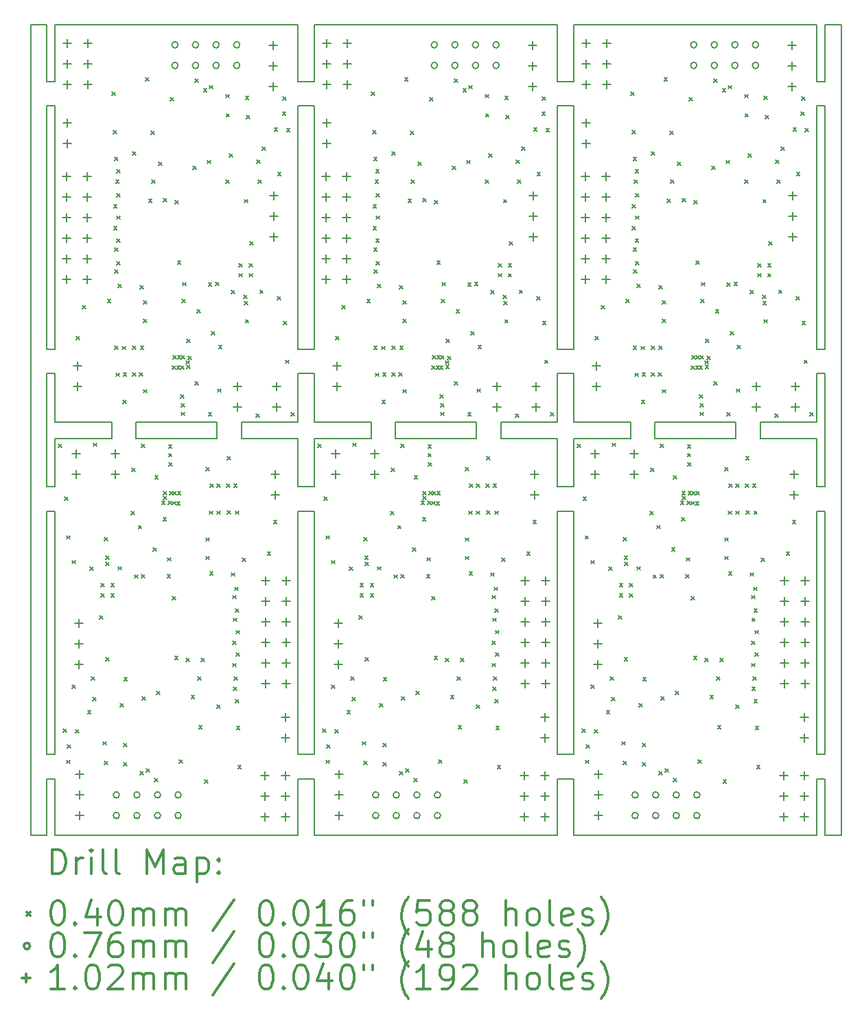
<source format=gbr>
%FSLAX45Y45*%
G04 Gerber Fmt 4.5, Leading zero omitted, Abs format (unit mm)*
G04 Created by KiCad (PCBNEW 4.0.6) date 12/25/17 19:59:06*
%MOMM*%
%LPD*%
G01*
G04 APERTURE LIST*
%ADD10C,0.127000*%
%ADD11C,0.150000*%
%ADD12C,0.200000*%
%ADD13C,0.300000*%
G04 APERTURE END LIST*
D10*
D11*
X200000Y4000000D02*
X200000Y1000000D01*
X200000Y5700000D02*
X200000Y4300000D01*
X200000Y9000000D02*
X200000Y6000000D01*
X200000Y10000000D02*
X200000Y9300000D01*
X0Y10000000D02*
X200000Y10000000D01*
X0Y0D02*
X0Y10000000D01*
X200000Y0D02*
X0Y0D01*
X200000Y700000D02*
X200000Y0D01*
X9800000Y0D02*
X9800000Y700000D01*
X10000000Y0D02*
X9800000Y0D01*
X10000000Y10000000D02*
X10000000Y0D01*
X9800000Y10000000D02*
X10000000Y10000000D01*
X9800000Y9300000D02*
X9800000Y10000000D01*
X9800000Y6000000D02*
X9800000Y9000000D01*
X9800000Y5700000D02*
X9800000Y4300000D01*
X9800000Y4000000D02*
X9800000Y1000000D01*
X2600057Y5100048D02*
X2600057Y5000048D01*
X3300057Y5100048D02*
X2600057Y5100048D01*
X3300057Y5700048D02*
X3400057Y5700048D01*
X3400057Y5700048D02*
X3500057Y5700048D01*
X3300057Y5100048D02*
X3300057Y5700048D01*
X3400057Y9300048D02*
X3300057Y9300048D01*
X3500057Y10000048D02*
X6500057Y10000048D01*
X3500057Y9300048D02*
X3500057Y10000048D01*
X3500057Y9000048D02*
X3400057Y9000048D01*
X3400057Y9300048D02*
X3500057Y9300048D01*
X3300057Y9000048D02*
X3400057Y9000048D01*
X4500057Y5100048D02*
X4500057Y5000048D01*
X4200057Y5100048D02*
X4200057Y5000048D01*
X3500057Y5100048D02*
X4200057Y5100048D01*
X3500057Y5700048D02*
X3500057Y5100048D01*
X3300057Y9000048D02*
X3300057Y6000048D01*
X3400057Y6000048D02*
X3500057Y6000048D01*
X300057Y6000048D02*
X300057Y9000048D01*
X3500057Y6000048D02*
X3500057Y9000048D01*
X3400057Y6000048D02*
X3300057Y6000048D01*
X300057Y9300048D02*
X300057Y10000048D01*
X200057Y9300048D02*
X300057Y9300048D01*
X300057Y10000048D02*
X3300057Y10000048D01*
X300057Y9000048D02*
X200057Y9000048D01*
X3300057Y9300048D02*
X3300057Y10000048D01*
X6500057Y5100048D02*
X5800057Y5100048D01*
X5500057Y5100048D02*
X4500057Y5100048D01*
X5800057Y5100048D02*
X5800057Y5000048D01*
X5500057Y5000048D02*
X5500057Y5100048D01*
X200057Y6000048D02*
X300057Y6000048D01*
X1300057Y5100048D02*
X1300057Y5000048D01*
X2300057Y5100048D02*
X1300057Y5100048D01*
X200057Y5700048D02*
X300057Y5700048D01*
X2300057Y5000048D02*
X2300057Y5100048D01*
X300057Y5700048D02*
X300057Y5100048D01*
X300057Y5100048D02*
X1000057Y5100048D01*
X1000057Y5100048D02*
X1000057Y5000048D01*
X6600057Y9300048D02*
X6700057Y9300048D01*
X6700057Y9300048D02*
X6700057Y10000048D01*
X6500057Y9300048D02*
X6500057Y10000048D01*
X6500057Y9000048D02*
X6600057Y9000048D01*
X6600057Y9300048D02*
X6500057Y9300048D01*
X6700057Y5700048D02*
X6700057Y5100048D01*
X6600057Y5700048D02*
X6700057Y5700048D01*
X6500057Y5700048D02*
X6600057Y5700048D01*
X6700057Y5100048D02*
X7400057Y5100048D01*
X7400057Y5100048D02*
X7400057Y5000048D01*
X6500057Y5100048D02*
X6500057Y5700048D01*
X9700057Y9000048D02*
X9800057Y9000048D01*
X9800057Y9300048D02*
X9700057Y9300048D01*
X9700057Y9300048D02*
X9700057Y10000048D01*
X6700057Y10000048D02*
X9700057Y10000048D01*
X6600057Y6000048D02*
X6500057Y6000048D01*
X6500057Y9000048D02*
X6500057Y6000048D01*
X6700057Y9000048D02*
X6600057Y9000048D01*
X6600057Y6000048D02*
X6700057Y6000048D01*
X6700057Y6000048D02*
X6700057Y9000048D01*
X9700057Y9000048D02*
X9700057Y6000048D01*
X9700057Y5100048D02*
X9000057Y5100048D01*
X9700057Y5700048D02*
X9800057Y5700048D01*
X9800057Y6000048D02*
X9700057Y6000048D01*
X9700057Y5100048D02*
X9700057Y5700048D01*
X7700057Y5100048D02*
X7700057Y5000048D01*
X8700057Y5000048D02*
X8700057Y5100048D01*
X8700057Y5100048D02*
X7700057Y5100048D01*
X9000057Y5100048D02*
X9000057Y5000048D01*
X9700000Y700000D02*
X9700000Y0D01*
X9700000Y1000000D02*
X9800000Y1000000D01*
X9800000Y4000000D02*
X9700000Y4000000D01*
X9800000Y700000D02*
X9700000Y700000D01*
X9000000Y4900000D02*
X9000000Y5000000D01*
X9700000Y4900000D02*
X9000000Y4900000D01*
X9700000Y4300000D02*
X9700000Y4900000D01*
X9800000Y4300000D02*
X9700000Y4300000D01*
X6700000Y4900000D02*
X6700000Y4300000D01*
X6700000Y4300000D02*
X6600000Y4300000D01*
X6700000Y4900000D02*
X7400000Y4900000D01*
X6600000Y4000000D02*
X6700000Y4000000D01*
X7400000Y4900000D02*
X7400000Y5000000D01*
X7700000Y4900000D02*
X8700000Y4900000D01*
X8700000Y4900000D02*
X8700000Y5000000D01*
X7700000Y5000000D02*
X7700000Y4900000D01*
X6700000Y700000D02*
X6700000Y0D01*
X9700000Y0D02*
X6700000Y0D01*
X9700000Y4000000D02*
X9700000Y1000000D01*
X6700000Y1000000D02*
X6600000Y1000000D01*
X6600000Y700000D02*
X6700000Y700000D01*
X6700000Y1000000D02*
X6700000Y4000000D01*
X6500000Y700000D02*
X6500000Y0D01*
X6500000Y1000000D02*
X6600000Y1000000D01*
X6600000Y4000000D02*
X6500000Y4000000D01*
X6600000Y700000D02*
X6500000Y700000D01*
X5800000Y4900000D02*
X5800000Y5000000D01*
X6500000Y4900000D02*
X5800000Y4900000D01*
X6500000Y4300000D02*
X6500000Y4900000D01*
X6600000Y4300000D02*
X6500000Y4300000D01*
X3500000Y4900000D02*
X3500000Y4300000D01*
X3500000Y4300000D02*
X3400000Y4300000D01*
X3500000Y4900000D02*
X4200000Y4900000D01*
X3400000Y4000000D02*
X3500000Y4000000D01*
X4200000Y4900000D02*
X4200000Y5000000D01*
X4500000Y4900000D02*
X5500000Y4900000D01*
X5500000Y4900000D02*
X5500000Y5000000D01*
X4500000Y5000000D02*
X4500000Y4900000D01*
X3500000Y700000D02*
X3500000Y0D01*
X6500000Y0D02*
X3500000Y0D01*
X6500000Y4000000D02*
X6500000Y1000000D01*
X3500000Y1000000D02*
X3400000Y1000000D01*
X3400000Y700000D02*
X3500000Y700000D01*
X3500000Y1000000D02*
X3500000Y4000000D01*
X200000Y4000000D02*
X300000Y4000000D01*
X300000Y4300000D02*
X200000Y4300000D01*
X300000Y4900000D02*
X300000Y4300000D01*
X3300000Y4300000D02*
X3300000Y4900000D01*
X3400000Y4300000D02*
X3300000Y4300000D01*
X3400000Y4000000D02*
X3300000Y4000000D01*
X300000Y700000D02*
X300000Y0D01*
X200000Y700000D02*
X300000Y700000D01*
X300000Y1000000D02*
X200000Y1000000D01*
X3300000Y700000D02*
X3300000Y0D01*
X3400000Y700000D02*
X3300000Y700000D01*
X3300000Y1000000D02*
X3400000Y1000000D01*
X2300000Y4900000D02*
X2300000Y5000000D01*
X1300000Y4900000D02*
X2300000Y4900000D01*
X1300000Y5000000D02*
X1300000Y4900000D01*
X1000000Y4900000D02*
X1000000Y5000000D01*
X2600000Y4900000D02*
X2600000Y5000000D01*
X3300000Y4900000D02*
X2600000Y4900000D01*
X3300000Y0D02*
X300000Y0D01*
X3300000Y4000000D02*
X3300000Y1000000D01*
X300000Y4900000D02*
X1000000Y4900000D01*
X300000Y1000000D02*
X300000Y4000000D01*
D12*
X346040Y4825680D02*
X386040Y4785680D01*
X386040Y4825680D02*
X346040Y4785680D01*
X401920Y1315400D02*
X441920Y1275400D01*
X441920Y1315400D02*
X401920Y1275400D01*
X417160Y4175440D02*
X457160Y4135440D01*
X457160Y4175440D02*
X417160Y4135440D01*
X442560Y3697920D02*
X482560Y3657920D01*
X482560Y3697920D02*
X442560Y3657920D01*
X447640Y929320D02*
X487640Y889320D01*
X487640Y929320D02*
X447640Y889320D01*
X452720Y1117280D02*
X492720Y1077280D01*
X492720Y1117280D02*
X452720Y1077280D01*
X511140Y1856420D02*
X551140Y1816420D01*
X551140Y1856420D02*
X511140Y1816420D01*
X513680Y3393120D02*
X553680Y3353120D01*
X553680Y3393120D02*
X513680Y3353120D01*
X553200Y1307000D02*
X593200Y1267000D01*
X593200Y1307000D02*
X553200Y1267000D01*
X562257Y6154168D02*
X602257Y6114168D01*
X602257Y6154168D02*
X562257Y6114168D01*
X638457Y6540248D02*
X678457Y6500248D01*
X678457Y6540248D02*
X638457Y6500248D01*
X704180Y1545400D02*
X744180Y1505400D01*
X744180Y1545400D02*
X704180Y1505400D01*
X731301Y3310387D02*
X771301Y3270387D01*
X771301Y3310387D02*
X731301Y3270387D01*
X752440Y1955480D02*
X792440Y1915480D01*
X792440Y1955480D02*
X752440Y1915480D01*
X769060Y1705400D02*
X809060Y1665400D01*
X809060Y1705400D02*
X769060Y1665400D01*
X777840Y4840920D02*
X817840Y4800920D01*
X817840Y4840920D02*
X777840Y4800920D01*
X851500Y2712400D02*
X891500Y2672400D01*
X891500Y2712400D02*
X851500Y2672400D01*
X865640Y3109072D02*
X905640Y3069072D01*
X905640Y3109072D02*
X865640Y3069072D01*
X865640Y2984072D02*
X905640Y2944072D01*
X905640Y2984072D02*
X865640Y2944072D01*
X894680Y1157920D02*
X934680Y1117920D01*
X934680Y1157920D02*
X894680Y1117920D01*
X909920Y919160D02*
X949920Y879160D01*
X949920Y919160D02*
X909920Y879160D01*
X910271Y3674717D02*
X950271Y3634717D01*
X950271Y3674717D02*
X910271Y3634717D01*
X924640Y3450200D02*
X964640Y3410200D01*
X964640Y3450200D02*
X924640Y3410200D01*
X925160Y2194240D02*
X965160Y2154240D01*
X965160Y2194240D02*
X925160Y2154240D01*
X928140Y3372800D02*
X968140Y3332800D01*
X968140Y3372800D02*
X928140Y3332800D01*
X948337Y6616448D02*
X988337Y6576448D01*
X988337Y6616448D02*
X948337Y6576448D01*
X990640Y3109072D02*
X1030640Y3069072D01*
X1030640Y3109072D02*
X990640Y3069072D01*
X990640Y2984072D02*
X1030640Y2944072D01*
X1030640Y2984072D02*
X990640Y2944072D01*
X1001677Y9174228D02*
X1041677Y9134228D01*
X1041677Y9174228D02*
X1001677Y9134228D01*
X1019457Y8694168D02*
X1059457Y8654168D01*
X1059457Y8694168D02*
X1019457Y8654168D01*
X1024537Y7784848D02*
X1064537Y7744848D01*
X1064537Y7784848D02*
X1024537Y7744848D01*
X1024537Y7510528D02*
X1064537Y7470528D01*
X1064537Y7510528D02*
X1024537Y7470528D01*
X1034697Y8363968D02*
X1074697Y8323968D01*
X1074697Y8363968D02*
X1034697Y8323968D01*
X1034697Y7246368D02*
X1074697Y7206368D01*
X1074697Y7246368D02*
X1034697Y7206368D01*
X1034697Y6037328D02*
X1074697Y5997328D01*
X1074697Y6037328D02*
X1034697Y5997328D01*
X1039777Y6977128D02*
X1079777Y6937128D01*
X1079777Y6977128D02*
X1039777Y6937128D01*
X1049937Y8084568D02*
X1089937Y8044568D01*
X1089937Y8084568D02*
X1049937Y8044568D01*
X1052477Y5704588D02*
X1092477Y5664588D01*
X1092477Y5704588D02*
X1052477Y5664588D01*
X1060097Y8211568D02*
X1100097Y8171568D01*
X1100097Y8211568D02*
X1060097Y8171568D01*
X1060097Y7358128D02*
X1100097Y7318128D01*
X1100097Y7358128D02*
X1060097Y7318128D01*
X1065177Y7916928D02*
X1105177Y7876928D01*
X1105177Y7916928D02*
X1065177Y7876928D01*
X1065177Y7642608D02*
X1105177Y7602608D01*
X1105177Y7642608D02*
X1065177Y7602608D01*
X1065177Y7078728D02*
X1105177Y7038728D01*
X1105177Y7078728D02*
X1065177Y7038728D01*
X1080417Y6799328D02*
X1120417Y6759328D01*
X1120417Y6799328D02*
X1080417Y6759328D01*
X1080488Y3316920D02*
X1120488Y3276920D01*
X1120488Y3316920D02*
X1080488Y3276920D01*
X1108040Y1630360D02*
X1148040Y1590360D01*
X1148040Y1630360D02*
X1108040Y1590360D01*
X1133757Y6034788D02*
X1173757Y5994788D01*
X1173757Y6034788D02*
X1133757Y5994788D01*
X1136297Y5366768D02*
X1176297Y5326768D01*
X1176297Y5366768D02*
X1136297Y5326768D01*
X1143917Y5705382D02*
X1183917Y5665382D01*
X1183917Y5705382D02*
X1143917Y5665382D01*
X1146140Y1135060D02*
X1186140Y1095060D01*
X1186140Y1135060D02*
X1146140Y1095060D01*
X1148680Y898840D02*
X1188680Y858840D01*
X1188680Y898840D02*
X1148680Y858840D01*
X1152469Y1949963D02*
X1192469Y1909963D01*
X1192469Y1949963D02*
X1152469Y1909963D01*
X1240120Y3995100D02*
X1280120Y3955100D01*
X1280120Y3995100D02*
X1240120Y3955100D01*
X1250280Y4531040D02*
X1290280Y4491040D01*
X1290280Y4531040D02*
X1250280Y4491040D01*
X1260757Y8432548D02*
X1300757Y8392548D01*
X1300757Y8432548D02*
X1260757Y8392548D01*
X1260757Y6037328D02*
X1300757Y5997328D01*
X1300757Y6037328D02*
X1260757Y5997328D01*
X1260757Y5705382D02*
X1300757Y5665382D01*
X1300757Y5705382D02*
X1260757Y5665382D01*
X1280760Y3215320D02*
X1320760Y3175320D01*
X1320760Y3215320D02*
X1280760Y3175320D01*
X1329020Y3824920D02*
X1369020Y3784920D01*
X1369020Y3824920D02*
X1329020Y3784920D01*
X1344577Y5705382D02*
X1384577Y5665382D01*
X1384577Y5705382D02*
X1344577Y5665382D01*
X1349657Y6784088D02*
X1389657Y6744088D01*
X1389657Y6784088D02*
X1349657Y6744088D01*
X1350961Y788899D02*
X1390961Y748899D01*
X1390961Y788899D02*
X1350961Y748899D01*
X1354737Y6037328D02*
X1394737Y5997328D01*
X1394737Y6037328D02*
X1354737Y5997328D01*
X1367120Y4825680D02*
X1407120Y4785680D01*
X1407120Y4825680D02*
X1367120Y4785680D01*
X1367120Y3220400D02*
X1407120Y3180400D01*
X1407120Y3220400D02*
X1367120Y3180400D01*
X1377280Y1711640D02*
X1417280Y1671640D01*
X1417280Y1711640D02*
X1377280Y1671640D01*
X1393561Y5501181D02*
X1433560Y5461181D01*
X1433560Y5501181D02*
X1393561Y5461181D01*
X1395377Y6596128D02*
X1435377Y6556128D01*
X1435377Y6596128D02*
X1395377Y6556128D01*
X1395377Y6367528D02*
X1435377Y6327528D01*
X1435377Y6367528D02*
X1395377Y6327528D01*
X1415697Y9349488D02*
X1455697Y9309488D01*
X1455697Y9349488D02*
X1415697Y9309488D01*
X1425540Y825180D02*
X1465540Y785180D01*
X1465540Y825180D02*
X1425540Y785180D01*
X1456337Y7850888D02*
X1496337Y7810888D01*
X1496337Y7850888D02*
X1456337Y7810888D01*
X1485196Y8686328D02*
X1525196Y8646328D01*
X1525196Y8686328D02*
X1485196Y8646328D01*
X1496977Y8084568D02*
X1536977Y8044568D01*
X1536977Y8084568D02*
X1496977Y8044568D01*
X1509360Y3550600D02*
X1549360Y3510600D01*
X1549360Y3550600D02*
X1509360Y3510600D01*
X1529680Y705800D02*
X1569680Y665800D01*
X1569680Y705800D02*
X1529680Y665800D01*
X1532220Y4439600D02*
X1572220Y4399600D01*
X1572220Y4439600D02*
X1532220Y4399600D01*
X1555080Y1782760D02*
X1595080Y1742760D01*
X1595080Y1782760D02*
X1555080Y1742760D01*
X1578257Y8308088D02*
X1618257Y8268088D01*
X1618257Y8308088D02*
X1578257Y8268088D01*
X1618580Y4127180D02*
X1658580Y4087180D01*
X1658580Y4127180D02*
X1618580Y4087180D01*
X1633839Y3918881D02*
X1673839Y3878881D01*
X1673839Y3918881D02*
X1633839Y3878881D01*
X1636360Y4241480D02*
X1676360Y4201480D01*
X1676360Y4241480D02*
X1636360Y4201480D01*
X1638900Y4183060D02*
X1678900Y4143060D01*
X1678900Y4183060D02*
X1638900Y4143060D01*
X1639217Y7855968D02*
X1679217Y7815968D01*
X1679217Y7855968D02*
X1639217Y7815968D01*
X1684620Y3217860D02*
X1724620Y3177860D01*
X1724620Y3217860D02*
X1684620Y3177860D01*
X1692240Y3426140D02*
X1732240Y3386140D01*
X1732240Y3426140D02*
X1692240Y3386140D01*
X1699796Y4122287D02*
X1739796Y4082287D01*
X1739796Y4122287D02*
X1699796Y4082287D01*
X1702400Y4818060D02*
X1742400Y4778060D01*
X1742400Y4818060D02*
X1702400Y4778060D01*
X1702400Y4713920D02*
X1742400Y4673920D01*
X1742400Y4713920D02*
X1702400Y4673920D01*
X1707480Y4602160D02*
X1747480Y4562160D01*
X1747480Y4602160D02*
X1707480Y4562160D01*
X1712560Y4244766D02*
X1752560Y4204766D01*
X1752560Y4244766D02*
X1712560Y4204766D01*
X1725577Y9105648D02*
X1765577Y9065648D01*
X1765577Y9105648D02*
X1725577Y9065648D01*
X1748120Y2951160D02*
X1788120Y2911160D01*
X1788120Y2951160D02*
X1748120Y2911160D01*
X1748423Y4119760D02*
X1788423Y4079760D01*
X1788423Y4119760D02*
X1748423Y4079760D01*
X1748437Y5796028D02*
X1788437Y5756028D01*
X1788437Y5796028D02*
X1748437Y5756028D01*
X1755740Y4244020D02*
X1795740Y4204020D01*
X1795740Y4244020D02*
X1755740Y4204020D01*
X1756057Y5923028D02*
X1796057Y5883028D01*
X1796057Y5923028D02*
X1756057Y5883028D01*
X1778600Y2209480D02*
X1818600Y2169480D01*
X1818600Y2209480D02*
X1778600Y2169480D01*
X1781457Y7830568D02*
X1821457Y7790568D01*
X1821457Y7830568D02*
X1781457Y7790568D01*
X1804000Y4117020D02*
X1844000Y4077020D01*
X1844000Y4117020D02*
X1804000Y4077020D01*
X1804317Y5796028D02*
X1844317Y5756028D01*
X1844317Y5796028D02*
X1804317Y5756028D01*
X1811620Y4244020D02*
X1851620Y4204020D01*
X1851620Y4244020D02*
X1811620Y4204020D01*
X1811633Y5920287D02*
X1851633Y5880287D01*
X1851633Y5920287D02*
X1811633Y5880287D01*
X1811937Y7088888D02*
X1851937Y7048888D01*
X1851937Y7088888D02*
X1811937Y7048888D01*
X1834480Y934400D02*
X1874480Y894400D01*
X1874480Y934400D02*
X1834480Y894400D01*
X1847497Y5795282D02*
X1887497Y5755282D01*
X1887497Y5795282D02*
X1847497Y5755282D01*
X1852577Y5437888D02*
X1892577Y5397888D01*
X1892577Y5437888D02*
X1852577Y5397888D01*
X1857657Y5326128D02*
X1897657Y5286128D01*
X1897657Y5326128D02*
X1857657Y5286128D01*
X1857657Y5221988D02*
X1897657Y5181988D01*
X1897657Y5221988D02*
X1857657Y5181988D01*
X1860261Y5917761D02*
X1900261Y5877761D01*
X1900261Y5917761D02*
X1860261Y5877761D01*
X1867817Y6613908D02*
X1907817Y6573908D01*
X1907817Y6613908D02*
X1867817Y6573908D01*
X1875437Y6822188D02*
X1915437Y6782188D01*
X1915437Y6822188D02*
X1875437Y6782188D01*
X1920840Y2184080D02*
X1960840Y2144080D01*
X1960840Y2184080D02*
X1920840Y2144080D01*
X1921157Y5856988D02*
X1961157Y5816988D01*
X1961157Y5856988D02*
X1921157Y5816988D01*
X1923697Y5798568D02*
X1963697Y5758568D01*
X1963697Y5798568D02*
X1923697Y5758568D01*
X1926217Y6121167D02*
X1966217Y6081167D01*
X1966217Y6121167D02*
X1926217Y6081167D01*
X1941477Y5912868D02*
X1981477Y5872868D01*
X1981477Y5912868D02*
X1941477Y5872868D01*
X1981800Y1731960D02*
X2021800Y1691960D01*
X2021800Y1731960D02*
X1981800Y1691960D01*
X2004977Y8257288D02*
X2044977Y8217288D01*
X2044977Y8257288D02*
X2004977Y8217288D01*
X2027837Y5600448D02*
X2067837Y5560448D01*
X2067837Y5600448D02*
X2027837Y5560448D01*
X2030377Y9334248D02*
X2070377Y9294248D01*
X2070377Y9334248D02*
X2030377Y9294248D01*
X2050697Y6489448D02*
X2090697Y6449448D01*
X2090697Y6489448D02*
X2050697Y6449448D01*
X2063080Y1955480D02*
X2103080Y1915480D01*
X2103080Y1955480D02*
X2063080Y1915480D01*
X2074861Y1353719D02*
X2114861Y1313719D01*
X2114861Y1353719D02*
X2074861Y1313719D01*
X2103720Y2189160D02*
X2143720Y2149160D01*
X2143720Y2189160D02*
X2103720Y2149160D01*
X2134517Y9214868D02*
X2174517Y9174868D01*
X2174517Y9214868D02*
X2134517Y9174868D01*
X2144360Y690560D02*
X2184360Y650560D01*
X2184360Y690560D02*
X2144360Y650560D01*
X2164680Y3672520D02*
X2204680Y3632520D01*
X2204680Y3672520D02*
X2164680Y3632520D01*
X2164680Y3443920D02*
X2204680Y3403920D01*
X2204680Y3443920D02*
X2164680Y3403920D01*
X2166496Y4538867D02*
X2206496Y4498867D01*
X2206496Y4538867D02*
X2166496Y4498867D01*
X2182777Y8328408D02*
X2222777Y8288408D01*
X2222777Y8328408D02*
X2182777Y8288408D01*
X2192937Y6819648D02*
X2232937Y6779648D01*
X2232937Y6819648D02*
X2192937Y6779648D01*
X2192937Y5214368D02*
X2232937Y5174368D01*
X2232937Y5214368D02*
X2192937Y5174368D01*
X2205320Y4002720D02*
X2245320Y3962720D01*
X2245320Y4002720D02*
X2205320Y3962720D01*
X2209096Y9251149D02*
X2249096Y9211149D01*
X2249096Y9251149D02*
X2209096Y9211149D01*
X2210400Y3255960D02*
X2250400Y3215960D01*
X2250400Y3255960D02*
X2210400Y3215960D01*
X2215480Y4334666D02*
X2255480Y4294666D01*
X2255480Y4334666D02*
X2215480Y4294666D01*
X2231037Y6215128D02*
X2271037Y6175128D01*
X2271037Y6215128D02*
X2231037Y6175128D01*
X2279297Y6824728D02*
X2319297Y6784728D01*
X2319297Y6824728D02*
X2279297Y6784728D01*
X2299300Y4334666D02*
X2339300Y4294666D01*
X2339300Y4334666D02*
X2299300Y4294666D01*
X2299300Y4002720D02*
X2339300Y3962720D01*
X2339300Y4002720D02*
X2299300Y3962720D01*
X2299300Y1607500D02*
X2339300Y1567500D01*
X2339300Y1607500D02*
X2299300Y1567500D01*
X2309777Y5509008D02*
X2349777Y5469008D01*
X2349777Y5509008D02*
X2309777Y5469008D01*
X2319937Y6044948D02*
X2359937Y6004948D01*
X2359937Y6044948D02*
X2319937Y6004948D01*
X2407587Y8090085D02*
X2447587Y8050085D01*
X2447587Y8090085D02*
X2407587Y8050085D01*
X2411377Y9141208D02*
X2451377Y9101208D01*
X2451377Y9141208D02*
X2411377Y9101208D01*
X2413917Y8904988D02*
X2453917Y8864988D01*
X2453917Y8904988D02*
X2413917Y8864988D01*
X2416140Y4334666D02*
X2456140Y4294666D01*
X2456140Y4334666D02*
X2416140Y4294666D01*
X2423760Y4673280D02*
X2463760Y4633280D01*
X2463760Y4673280D02*
X2423760Y4633280D01*
X2426300Y4005260D02*
X2466300Y3965260D01*
X2466300Y4005260D02*
X2426300Y3965260D01*
X2452017Y8409688D02*
X2492017Y8369688D01*
X2492017Y8409688D02*
X2452017Y8369688D01*
X2479569Y6723128D02*
X2519569Y6683128D01*
X2519569Y6723128D02*
X2479569Y6683128D01*
X2479640Y3240720D02*
X2519640Y3200720D01*
X2519640Y3240720D02*
X2479640Y3200720D01*
X2494880Y2961320D02*
X2534880Y2921320D01*
X2534880Y2961320D02*
X2494880Y2921320D01*
X2494880Y2397440D02*
X2534880Y2357440D01*
X2534880Y2397440D02*
X2494880Y2357440D01*
X2494880Y2123120D02*
X2534880Y2083120D01*
X2534880Y2123120D02*
X2494880Y2083120D01*
X2499960Y2681920D02*
X2539960Y2641920D01*
X2539960Y2681920D02*
X2499960Y2641920D01*
X2499960Y1828480D02*
X2539960Y1788480D01*
X2539960Y1828480D02*
X2499960Y1788480D01*
X2507580Y4335460D02*
X2547580Y4295460D01*
X2547580Y4335460D02*
X2507580Y4295460D01*
X2510120Y1955480D02*
X2550120Y1915480D01*
X2550120Y1955480D02*
X2510120Y1915480D01*
X2520280Y3062920D02*
X2560280Y3022920D01*
X2560280Y3062920D02*
X2520280Y3022920D01*
X2525360Y4002720D02*
X2565360Y3962720D01*
X2565360Y4002720D02*
X2525360Y3962720D01*
X2525360Y2793680D02*
X2565360Y2753680D01*
X2565360Y2793680D02*
X2525360Y2753680D01*
X2525360Y1676080D02*
X2565360Y1636080D01*
X2565360Y1676080D02*
X2525360Y1636080D01*
X2535520Y2529520D02*
X2575520Y2489520D01*
X2575520Y2529520D02*
X2535520Y2489520D01*
X2535520Y2255200D02*
X2575520Y2215200D01*
X2575520Y2255200D02*
X2535520Y2215200D01*
X2540600Y1345880D02*
X2580600Y1305880D01*
X2580600Y1345880D02*
X2540600Y1305880D01*
X2558380Y865820D02*
X2598380Y825820D01*
X2598380Y865820D02*
X2558380Y825820D01*
X2569417Y7055975D02*
X2609417Y7015975D01*
X2609417Y7055975D02*
X2569417Y7015975D01*
X2569417Y6930975D02*
X2609417Y6890975D01*
X2609417Y6930975D02*
X2569417Y6890975D01*
X2611720Y3423600D02*
X2651720Y3383600D01*
X2651720Y3423600D02*
X2611720Y3383600D01*
X2631917Y6667248D02*
X2671917Y6627248D01*
X2671917Y6667248D02*
X2631917Y6627248D01*
X2634897Y7845808D02*
X2674897Y7805808D01*
X2674897Y7845808D02*
X2634897Y7805808D01*
X2635417Y6589848D02*
X2675417Y6549848D01*
X2675417Y6589848D02*
X2635417Y6549848D01*
X2649785Y6365330D02*
X2689785Y6325330D01*
X2689785Y6365330D02*
X2649785Y6325330D01*
X2650137Y9120888D02*
X2690137Y9080888D01*
X2690137Y9120888D02*
X2650137Y9080888D01*
X2665377Y8882128D02*
X2705377Y8842128D01*
X2705377Y8882128D02*
X2665377Y8842128D01*
X2694417Y7055975D02*
X2734417Y7015975D01*
X2734417Y7055975D02*
X2694417Y7015975D01*
X2694417Y6930975D02*
X2734417Y6890975D01*
X2734417Y6930975D02*
X2694417Y6890975D01*
X2708557Y7327648D02*
X2748557Y7287648D01*
X2748557Y7327648D02*
X2708557Y7287648D01*
X2782217Y5199128D02*
X2822217Y5159128D01*
X2822217Y5199128D02*
X2782217Y5159128D01*
X2790997Y8334648D02*
X2830997Y8294648D01*
X2830997Y8334648D02*
X2790997Y8294648D01*
X2807617Y8084568D02*
X2847617Y8044568D01*
X2847617Y8084568D02*
X2807617Y8044568D01*
X2828755Y6729661D02*
X2868755Y6689661D01*
X2868755Y6729661D02*
X2828755Y6689661D01*
X2855877Y8494648D02*
X2895877Y8454648D01*
X2895877Y8494648D02*
X2855877Y8454648D01*
X2921600Y3499800D02*
X2961600Y3459800D01*
X2961600Y3499800D02*
X2921600Y3459800D01*
X2997800Y3885880D02*
X3037800Y3845880D01*
X3037800Y3885880D02*
X2997800Y3845880D01*
X3006856Y8733048D02*
X3046856Y8693048D01*
X3046856Y8733048D02*
X3006856Y8693048D01*
X3046377Y6646928D02*
X3086377Y6606928D01*
X3086377Y6646928D02*
X3046377Y6606928D01*
X3048917Y8183628D02*
X3088917Y8143628D01*
X3088917Y8183628D02*
X3048917Y8143628D01*
X3107337Y8922768D02*
X3147337Y8882768D01*
X3147337Y8922768D02*
X3107337Y8882768D01*
X3112417Y9110728D02*
X3152417Y9070728D01*
X3152417Y9110728D02*
X3112417Y9070728D01*
X3117497Y6342128D02*
X3157497Y6302128D01*
X3157497Y6342128D02*
X3117497Y6302128D01*
X3142897Y5864608D02*
X3182897Y5824608D01*
X3182897Y5864608D02*
X3142897Y5824608D01*
X3158137Y8724648D02*
X3198137Y8684648D01*
X3198137Y8724648D02*
X3158137Y8684648D01*
X3214017Y5214368D02*
X3254017Y5174368D01*
X3254017Y5214368D02*
X3214017Y5174368D01*
X3546040Y4825680D02*
X3586040Y4785680D01*
X3586040Y4825680D02*
X3546040Y4785680D01*
X3601920Y1315400D02*
X3641920Y1275400D01*
X3641920Y1315400D02*
X3601920Y1275400D01*
X3617160Y4175440D02*
X3657160Y4135440D01*
X3657160Y4175440D02*
X3617160Y4135440D01*
X3642560Y3697920D02*
X3682560Y3657920D01*
X3682560Y3697920D02*
X3642560Y3657920D01*
X3647640Y929320D02*
X3687640Y889320D01*
X3687640Y929320D02*
X3647640Y889320D01*
X3652720Y1117280D02*
X3692720Y1077280D01*
X3692720Y1117280D02*
X3652720Y1077280D01*
X3711140Y1856420D02*
X3751140Y1816420D01*
X3751140Y1856420D02*
X3711140Y1816420D01*
X3713680Y3393120D02*
X3753680Y3353120D01*
X3753680Y3393120D02*
X3713680Y3353120D01*
X3753200Y1307000D02*
X3793200Y1267000D01*
X3793200Y1307000D02*
X3753200Y1267000D01*
X3762257Y6154168D02*
X3802257Y6114168D01*
X3802257Y6154168D02*
X3762257Y6114168D01*
X3838457Y6540248D02*
X3878457Y6500248D01*
X3878457Y6540248D02*
X3838457Y6500248D01*
X3904180Y1545400D02*
X3944180Y1505400D01*
X3944180Y1545400D02*
X3904180Y1505400D01*
X3931301Y3310387D02*
X3971301Y3270387D01*
X3971301Y3310387D02*
X3931301Y3270387D01*
X3952440Y1955480D02*
X3992440Y1915480D01*
X3992440Y1955480D02*
X3952440Y1915480D01*
X3969060Y1705400D02*
X4009060Y1665400D01*
X4009060Y1705400D02*
X3969060Y1665400D01*
X3977840Y4840920D02*
X4017840Y4800920D01*
X4017840Y4840920D02*
X3977840Y4800920D01*
X4051500Y2712400D02*
X4091500Y2672400D01*
X4091500Y2712400D02*
X4051500Y2672400D01*
X4065640Y3109072D02*
X4105640Y3069072D01*
X4105640Y3109072D02*
X4065640Y3069072D01*
X4065640Y2984072D02*
X4105640Y2944072D01*
X4105640Y2984072D02*
X4065640Y2944072D01*
X4094680Y1157920D02*
X4134680Y1117920D01*
X4134680Y1157920D02*
X4094680Y1117920D01*
X4109920Y919160D02*
X4149920Y879160D01*
X4149920Y919160D02*
X4109920Y879160D01*
X4110271Y3674717D02*
X4150271Y3634717D01*
X4150271Y3674717D02*
X4110271Y3634717D01*
X4124640Y3450200D02*
X4164640Y3410200D01*
X4164640Y3450200D02*
X4124640Y3410200D01*
X4125160Y2194240D02*
X4165160Y2154240D01*
X4165160Y2194240D02*
X4125160Y2154240D01*
X4128140Y3372800D02*
X4168140Y3332800D01*
X4168140Y3372800D02*
X4128140Y3332800D01*
X4148337Y6616448D02*
X4188337Y6576448D01*
X4188337Y6616448D02*
X4148337Y6576448D01*
X4190640Y3109072D02*
X4230640Y3069072D01*
X4230640Y3109072D02*
X4190640Y3069072D01*
X4190640Y2984072D02*
X4230640Y2944072D01*
X4230640Y2984072D02*
X4190640Y2944072D01*
X4201677Y9174228D02*
X4241677Y9134228D01*
X4241677Y9174228D02*
X4201677Y9134228D01*
X4219457Y8694168D02*
X4259457Y8654168D01*
X4259457Y8694168D02*
X4219457Y8654168D01*
X4224537Y7784848D02*
X4264537Y7744848D01*
X4264537Y7784848D02*
X4224537Y7744848D01*
X4224537Y7510528D02*
X4264537Y7470528D01*
X4264537Y7510528D02*
X4224537Y7470528D01*
X4234697Y8363968D02*
X4274697Y8323968D01*
X4274697Y8363968D02*
X4234697Y8323968D01*
X4234697Y7246368D02*
X4274697Y7206368D01*
X4274697Y7246368D02*
X4234697Y7206368D01*
X4234697Y6037328D02*
X4274697Y5997328D01*
X4274697Y6037328D02*
X4234697Y5997328D01*
X4239777Y6977128D02*
X4279777Y6937128D01*
X4279777Y6977128D02*
X4239777Y6937128D01*
X4249937Y8084568D02*
X4289937Y8044568D01*
X4289937Y8084568D02*
X4249937Y8044568D01*
X4252477Y5704588D02*
X4292477Y5664588D01*
X4292477Y5704588D02*
X4252477Y5664588D01*
X4260097Y8211568D02*
X4300097Y8171568D01*
X4300097Y8211568D02*
X4260097Y8171568D01*
X4260097Y7358128D02*
X4300097Y7318128D01*
X4300097Y7358128D02*
X4260097Y7318128D01*
X4265177Y7916928D02*
X4305177Y7876928D01*
X4305177Y7916928D02*
X4265177Y7876928D01*
X4265177Y7642608D02*
X4305177Y7602608D01*
X4305177Y7642608D02*
X4265177Y7602608D01*
X4265177Y7078728D02*
X4305177Y7038728D01*
X4305177Y7078728D02*
X4265177Y7038728D01*
X4280417Y6799328D02*
X4320417Y6759328D01*
X4320417Y6799328D02*
X4280417Y6759328D01*
X4280488Y3316920D02*
X4320488Y3276920D01*
X4320488Y3316920D02*
X4280488Y3276920D01*
X4308040Y1630360D02*
X4348040Y1590360D01*
X4348040Y1630360D02*
X4308040Y1590360D01*
X4333757Y6034788D02*
X4373757Y5994788D01*
X4373757Y6034788D02*
X4333757Y5994788D01*
X4336297Y5366768D02*
X4376297Y5326768D01*
X4376297Y5366768D02*
X4336297Y5326768D01*
X4343917Y5705382D02*
X4383917Y5665382D01*
X4383917Y5705382D02*
X4343917Y5665382D01*
X4346140Y1135060D02*
X4386140Y1095060D01*
X4386140Y1135060D02*
X4346140Y1095060D01*
X4348680Y898840D02*
X4388680Y858840D01*
X4388680Y898840D02*
X4348680Y858840D01*
X4352469Y1949963D02*
X4392469Y1909963D01*
X4392469Y1949963D02*
X4352469Y1909963D01*
X4440120Y3995100D02*
X4480120Y3955100D01*
X4480120Y3995100D02*
X4440120Y3955100D01*
X4450280Y4531040D02*
X4490280Y4491040D01*
X4490280Y4531040D02*
X4450280Y4491040D01*
X4460757Y8432548D02*
X4500757Y8392548D01*
X4500757Y8432548D02*
X4460757Y8392548D01*
X4460757Y6037328D02*
X4500757Y5997328D01*
X4500757Y6037328D02*
X4460757Y5997328D01*
X4460757Y5705382D02*
X4500757Y5665382D01*
X4500757Y5705382D02*
X4460757Y5665382D01*
X4480760Y3215320D02*
X4520760Y3175320D01*
X4520760Y3215320D02*
X4480760Y3175320D01*
X4529020Y3824920D02*
X4569020Y3784920D01*
X4569020Y3824920D02*
X4529020Y3784920D01*
X4544577Y5705382D02*
X4584577Y5665382D01*
X4584577Y5705382D02*
X4544577Y5665382D01*
X4549657Y6784088D02*
X4589657Y6744088D01*
X4589657Y6784088D02*
X4549657Y6744088D01*
X4550961Y788899D02*
X4590961Y748899D01*
X4590961Y788899D02*
X4550961Y748899D01*
X4554737Y6037328D02*
X4594737Y5997328D01*
X4594737Y6037328D02*
X4554737Y5997328D01*
X4567120Y4825680D02*
X4607120Y4785680D01*
X4607120Y4825680D02*
X4567120Y4785680D01*
X4567120Y3220400D02*
X4607120Y3180400D01*
X4607120Y3220400D02*
X4567120Y3180400D01*
X4577280Y1711640D02*
X4617280Y1671640D01*
X4617280Y1711640D02*
X4577280Y1671640D01*
X4593561Y5501181D02*
X4633561Y5461181D01*
X4633561Y5501181D02*
X4593561Y5461181D01*
X4595377Y6596128D02*
X4635377Y6556128D01*
X4635377Y6596128D02*
X4595377Y6556128D01*
X4595377Y6367528D02*
X4635377Y6327528D01*
X4635377Y6367528D02*
X4595377Y6327528D01*
X4615697Y9349488D02*
X4655697Y9309488D01*
X4655697Y9349488D02*
X4615697Y9309488D01*
X4625540Y825180D02*
X4665540Y785180D01*
X4665540Y825180D02*
X4625540Y785180D01*
X4656337Y7850888D02*
X4696337Y7810888D01*
X4696337Y7850888D02*
X4656337Y7810888D01*
X4685196Y8686328D02*
X4725196Y8646328D01*
X4725196Y8686328D02*
X4685196Y8646328D01*
X4696977Y8084568D02*
X4736977Y8044568D01*
X4736977Y8084568D02*
X4696977Y8044568D01*
X4709360Y3550600D02*
X4749360Y3510600D01*
X4749360Y3550600D02*
X4709360Y3510600D01*
X4729680Y705800D02*
X4769680Y665800D01*
X4769680Y705800D02*
X4729680Y665800D01*
X4732220Y4439600D02*
X4772220Y4399600D01*
X4772220Y4439600D02*
X4732220Y4399600D01*
X4755080Y1782760D02*
X4795080Y1742760D01*
X4795080Y1782760D02*
X4755080Y1742760D01*
X4778257Y8308088D02*
X4818257Y8268088D01*
X4818257Y8308088D02*
X4778257Y8268088D01*
X4818580Y4127180D02*
X4858580Y4087180D01*
X4858580Y4127180D02*
X4818580Y4087180D01*
X4833839Y3918881D02*
X4873839Y3878881D01*
X4873839Y3918881D02*
X4833839Y3878881D01*
X4836360Y4241480D02*
X4876360Y4201480D01*
X4876360Y4241480D02*
X4836360Y4201480D01*
X4838900Y4183060D02*
X4878900Y4143060D01*
X4878900Y4183060D02*
X4838900Y4143060D01*
X4839217Y7855968D02*
X4879217Y7815968D01*
X4879217Y7855968D02*
X4839217Y7815968D01*
X4884620Y3217860D02*
X4924620Y3177860D01*
X4924620Y3217860D02*
X4884620Y3177860D01*
X4892240Y3426140D02*
X4932240Y3386140D01*
X4932240Y3426140D02*
X4892240Y3386140D01*
X4899796Y4122287D02*
X4939796Y4082287D01*
X4939796Y4122287D02*
X4899796Y4082287D01*
X4902400Y4818060D02*
X4942400Y4778060D01*
X4942400Y4818060D02*
X4902400Y4778060D01*
X4902400Y4713920D02*
X4942400Y4673920D01*
X4942400Y4713920D02*
X4902400Y4673920D01*
X4907480Y4602160D02*
X4947480Y4562160D01*
X4947480Y4602160D02*
X4907480Y4562160D01*
X4912560Y4244766D02*
X4952560Y4204766D01*
X4952560Y4244766D02*
X4912560Y4204766D01*
X4925577Y9105648D02*
X4965577Y9065648D01*
X4965577Y9105648D02*
X4925577Y9065648D01*
X4948120Y2951160D02*
X4988120Y2911160D01*
X4988120Y2951160D02*
X4948120Y2911160D01*
X4948423Y4119760D02*
X4988423Y4079760D01*
X4988423Y4119760D02*
X4948423Y4079760D01*
X4948437Y5796028D02*
X4988437Y5756028D01*
X4988437Y5796028D02*
X4948437Y5756028D01*
X4955740Y4244020D02*
X4995740Y4204020D01*
X4995740Y4244020D02*
X4955740Y4204020D01*
X4956057Y5923028D02*
X4996057Y5883028D01*
X4996057Y5923028D02*
X4956057Y5883028D01*
X4978600Y2209480D02*
X5018600Y2169480D01*
X5018600Y2209480D02*
X4978600Y2169480D01*
X4981457Y7830568D02*
X5021457Y7790568D01*
X5021457Y7830568D02*
X4981457Y7790568D01*
X5004000Y4117020D02*
X5044000Y4077020D01*
X5044000Y4117020D02*
X5004000Y4077020D01*
X5004317Y5796028D02*
X5044317Y5756028D01*
X5044317Y5796028D02*
X5004317Y5756028D01*
X5011620Y4244020D02*
X5051620Y4204020D01*
X5051620Y4244020D02*
X5011620Y4204020D01*
X5011633Y5920287D02*
X5051633Y5880287D01*
X5051633Y5920287D02*
X5011633Y5880287D01*
X5011937Y7088888D02*
X5051937Y7048888D01*
X5051937Y7088888D02*
X5011937Y7048888D01*
X5034480Y934400D02*
X5074480Y894400D01*
X5074480Y934400D02*
X5034480Y894400D01*
X5047497Y5795282D02*
X5087497Y5755282D01*
X5087497Y5795282D02*
X5047497Y5755282D01*
X5052577Y5437888D02*
X5092577Y5397888D01*
X5092577Y5437888D02*
X5052577Y5397888D01*
X5057657Y5326128D02*
X5097657Y5286128D01*
X5097657Y5326128D02*
X5057657Y5286128D01*
X5057657Y5221988D02*
X5097657Y5181988D01*
X5097657Y5221988D02*
X5057657Y5181988D01*
X5060261Y5917761D02*
X5100261Y5877761D01*
X5100261Y5917761D02*
X5060261Y5877761D01*
X5067817Y6613908D02*
X5107817Y6573908D01*
X5107817Y6613908D02*
X5067817Y6573908D01*
X5075437Y6822188D02*
X5115437Y6782188D01*
X5115437Y6822188D02*
X5075437Y6782188D01*
X5120840Y2184080D02*
X5160840Y2144080D01*
X5160840Y2184080D02*
X5120840Y2144080D01*
X5121157Y5856988D02*
X5161157Y5816988D01*
X5161157Y5856988D02*
X5121157Y5816988D01*
X5123697Y5798568D02*
X5163697Y5758568D01*
X5163697Y5798568D02*
X5123697Y5758568D01*
X5126217Y6121167D02*
X5166217Y6081167D01*
X5166217Y6121167D02*
X5126217Y6081167D01*
X5141477Y5912868D02*
X5181477Y5872868D01*
X5181477Y5912868D02*
X5141477Y5872868D01*
X5181800Y1731960D02*
X5221800Y1691960D01*
X5221800Y1731960D02*
X5181800Y1691960D01*
X5204977Y8257288D02*
X5244977Y8217288D01*
X5244977Y8257288D02*
X5204977Y8217288D01*
X5227837Y5600448D02*
X5267837Y5560448D01*
X5267837Y5600448D02*
X5227837Y5560448D01*
X5230377Y9334248D02*
X5270377Y9294248D01*
X5270377Y9334248D02*
X5230377Y9294248D01*
X5250697Y6489448D02*
X5290697Y6449448D01*
X5290697Y6489448D02*
X5250697Y6449448D01*
X5263080Y1955480D02*
X5303080Y1915480D01*
X5303080Y1955480D02*
X5263080Y1915480D01*
X5274861Y1353719D02*
X5314861Y1313719D01*
X5314861Y1353719D02*
X5274861Y1313719D01*
X5303720Y2189160D02*
X5343720Y2149160D01*
X5343720Y2189160D02*
X5303720Y2149160D01*
X5334517Y9214868D02*
X5374517Y9174868D01*
X5374517Y9214868D02*
X5334517Y9174868D01*
X5344360Y690560D02*
X5384360Y650560D01*
X5384360Y690560D02*
X5344360Y650560D01*
X5364680Y3672520D02*
X5404680Y3632520D01*
X5404680Y3672520D02*
X5364680Y3632520D01*
X5364680Y3443920D02*
X5404680Y3403920D01*
X5404680Y3443920D02*
X5364680Y3403920D01*
X5366496Y4538867D02*
X5406496Y4498867D01*
X5406496Y4538867D02*
X5366496Y4498867D01*
X5382777Y8328408D02*
X5422777Y8288408D01*
X5422777Y8328408D02*
X5382777Y8288408D01*
X5392937Y6819648D02*
X5432937Y6779648D01*
X5432937Y6819648D02*
X5392937Y6779648D01*
X5392937Y5214368D02*
X5432937Y5174368D01*
X5432937Y5214368D02*
X5392937Y5174368D01*
X5405320Y4002720D02*
X5445320Y3962720D01*
X5445320Y4002720D02*
X5405320Y3962720D01*
X5409096Y9251149D02*
X5449096Y9211149D01*
X5449096Y9251149D02*
X5409096Y9211149D01*
X5410400Y3255960D02*
X5450400Y3215960D01*
X5450400Y3255960D02*
X5410400Y3215960D01*
X5415480Y4334666D02*
X5455480Y4294666D01*
X5455480Y4334666D02*
X5415480Y4294666D01*
X5431037Y6215128D02*
X5471037Y6175128D01*
X5471037Y6215128D02*
X5431037Y6175128D01*
X5479297Y6824728D02*
X5519297Y6784728D01*
X5519297Y6824728D02*
X5479297Y6784728D01*
X5499300Y4334666D02*
X5539300Y4294666D01*
X5539300Y4334666D02*
X5499300Y4294666D01*
X5499300Y4002720D02*
X5539300Y3962720D01*
X5539300Y4002720D02*
X5499300Y3962720D01*
X5499300Y1607500D02*
X5539300Y1567500D01*
X5539300Y1607500D02*
X5499300Y1567500D01*
X5509777Y5509008D02*
X5549777Y5469008D01*
X5549777Y5509008D02*
X5509777Y5469008D01*
X5519937Y6044948D02*
X5559937Y6004948D01*
X5559937Y6044948D02*
X5519937Y6004948D01*
X5607587Y8090085D02*
X5647587Y8050085D01*
X5647587Y8090085D02*
X5607587Y8050085D01*
X5611377Y9141208D02*
X5651377Y9101208D01*
X5651377Y9141208D02*
X5611377Y9101208D01*
X5613917Y8904988D02*
X5653917Y8864988D01*
X5653917Y8904988D02*
X5613917Y8864988D01*
X5616140Y4334666D02*
X5656140Y4294666D01*
X5656140Y4334666D02*
X5616140Y4294666D01*
X5623760Y4673280D02*
X5663760Y4633280D01*
X5663760Y4673280D02*
X5623760Y4633280D01*
X5626300Y4005260D02*
X5666300Y3965260D01*
X5666300Y4005260D02*
X5626300Y3965260D01*
X5652017Y8409688D02*
X5692017Y8369688D01*
X5692017Y8409688D02*
X5652017Y8369688D01*
X5679569Y6723128D02*
X5719569Y6683128D01*
X5719569Y6723128D02*
X5679569Y6683128D01*
X5679640Y3240720D02*
X5719640Y3200720D01*
X5719640Y3240720D02*
X5679640Y3200720D01*
X5694880Y2961320D02*
X5734880Y2921320D01*
X5734880Y2961320D02*
X5694880Y2921320D01*
X5694880Y2397440D02*
X5734880Y2357440D01*
X5734880Y2397440D02*
X5694880Y2357440D01*
X5694880Y2123120D02*
X5734880Y2083120D01*
X5734880Y2123120D02*
X5694880Y2083120D01*
X5699960Y2681920D02*
X5739960Y2641920D01*
X5739960Y2681920D02*
X5699960Y2641920D01*
X5699960Y1828480D02*
X5739960Y1788480D01*
X5739960Y1828480D02*
X5699960Y1788480D01*
X5707580Y4335460D02*
X5747580Y4295460D01*
X5747580Y4335460D02*
X5707580Y4295460D01*
X5710120Y1955480D02*
X5750120Y1915480D01*
X5750120Y1955480D02*
X5710120Y1915480D01*
X5720280Y3062920D02*
X5760280Y3022920D01*
X5760280Y3062920D02*
X5720280Y3022920D01*
X5725360Y4002720D02*
X5765360Y3962720D01*
X5765360Y4002720D02*
X5725360Y3962720D01*
X5725360Y2793680D02*
X5765360Y2753680D01*
X5765360Y2793680D02*
X5725360Y2753680D01*
X5725360Y1676080D02*
X5765360Y1636080D01*
X5765360Y1676080D02*
X5725360Y1636080D01*
X5735520Y2529520D02*
X5775520Y2489520D01*
X5775520Y2529520D02*
X5735520Y2489520D01*
X5735520Y2255200D02*
X5775520Y2215200D01*
X5775520Y2255200D02*
X5735520Y2215200D01*
X5740600Y1345880D02*
X5780600Y1305880D01*
X5780600Y1345880D02*
X5740600Y1305880D01*
X5758380Y865820D02*
X5798380Y825820D01*
X5798380Y865820D02*
X5758380Y825820D01*
X5769417Y7055975D02*
X5809417Y7015975D01*
X5809417Y7055975D02*
X5769417Y7015975D01*
X5769417Y6930975D02*
X5809417Y6890975D01*
X5809417Y6930975D02*
X5769417Y6890975D01*
X5811720Y3423600D02*
X5851720Y3383600D01*
X5851720Y3423600D02*
X5811720Y3383600D01*
X5831917Y6667248D02*
X5871917Y6627248D01*
X5871917Y6667248D02*
X5831917Y6627248D01*
X5834897Y7845808D02*
X5874897Y7805808D01*
X5874897Y7845808D02*
X5834897Y7805808D01*
X5835417Y6589848D02*
X5875417Y6549848D01*
X5875417Y6589848D02*
X5835417Y6549848D01*
X5849785Y6365330D02*
X5889785Y6325330D01*
X5889785Y6365330D02*
X5849785Y6325330D01*
X5850137Y9120888D02*
X5890137Y9080888D01*
X5890137Y9120888D02*
X5850137Y9080888D01*
X5865377Y8882128D02*
X5905377Y8842128D01*
X5905377Y8882128D02*
X5865377Y8842128D01*
X5894417Y7055975D02*
X5934417Y7015975D01*
X5934417Y7055975D02*
X5894417Y7015975D01*
X5894417Y6930975D02*
X5934417Y6890975D01*
X5934417Y6930975D02*
X5894417Y6890975D01*
X5908557Y7327648D02*
X5948557Y7287648D01*
X5948557Y7327648D02*
X5908557Y7287648D01*
X5982217Y5199128D02*
X6022217Y5159128D01*
X6022217Y5199128D02*
X5982217Y5159128D01*
X5990997Y8334648D02*
X6030997Y8294648D01*
X6030997Y8334648D02*
X5990997Y8294648D01*
X6007617Y8084568D02*
X6047617Y8044568D01*
X6047617Y8084568D02*
X6007617Y8044568D01*
X6028755Y6729661D02*
X6068755Y6689661D01*
X6068755Y6729661D02*
X6028755Y6689661D01*
X6055877Y8494648D02*
X6095877Y8454648D01*
X6095877Y8494648D02*
X6055877Y8454648D01*
X6121600Y3499800D02*
X6161600Y3459800D01*
X6161600Y3499800D02*
X6121600Y3459800D01*
X6197800Y3885880D02*
X6237800Y3845880D01*
X6237800Y3885880D02*
X6197800Y3845880D01*
X6206856Y8733048D02*
X6246856Y8693048D01*
X6246856Y8733048D02*
X6206856Y8693048D01*
X6246377Y6646928D02*
X6286377Y6606928D01*
X6286377Y6646928D02*
X6246377Y6606928D01*
X6248917Y8183628D02*
X6288917Y8143628D01*
X6288917Y8183628D02*
X6248917Y8143628D01*
X6307337Y8922768D02*
X6347337Y8882768D01*
X6347337Y8922768D02*
X6307337Y8882768D01*
X6312417Y9110728D02*
X6352417Y9070728D01*
X6352417Y9110728D02*
X6312417Y9070728D01*
X6317497Y6342128D02*
X6357497Y6302128D01*
X6357497Y6342128D02*
X6317497Y6302128D01*
X6342897Y5864608D02*
X6382897Y5824608D01*
X6382897Y5864608D02*
X6342897Y5824608D01*
X6358137Y8724648D02*
X6398137Y8684648D01*
X6398137Y8724648D02*
X6358137Y8684648D01*
X6414017Y5214368D02*
X6454017Y5174368D01*
X6454017Y5214368D02*
X6414017Y5174368D01*
X6746040Y4825680D02*
X6786040Y4785680D01*
X6786040Y4825680D02*
X6746040Y4785680D01*
X6801920Y1315400D02*
X6841920Y1275400D01*
X6841920Y1315400D02*
X6801920Y1275400D01*
X6817160Y4175440D02*
X6857160Y4135440D01*
X6857160Y4175440D02*
X6817160Y4135440D01*
X6842560Y3697920D02*
X6882560Y3657920D01*
X6882560Y3697920D02*
X6842560Y3657920D01*
X6847640Y929320D02*
X6887640Y889320D01*
X6887640Y929320D02*
X6847640Y889320D01*
X6852720Y1117280D02*
X6892720Y1077280D01*
X6892720Y1117280D02*
X6852720Y1077280D01*
X6911140Y1856420D02*
X6951140Y1816420D01*
X6951140Y1856420D02*
X6911140Y1816420D01*
X6913680Y3393120D02*
X6953680Y3353120D01*
X6953680Y3393120D02*
X6913680Y3353120D01*
X6953200Y1307000D02*
X6993200Y1267000D01*
X6993200Y1307000D02*
X6953200Y1267000D01*
X6962257Y6154168D02*
X7002257Y6114168D01*
X7002257Y6154168D02*
X6962257Y6114168D01*
X7038457Y6540248D02*
X7078457Y6500248D01*
X7078457Y6540248D02*
X7038457Y6500248D01*
X7104180Y1545400D02*
X7144180Y1505400D01*
X7144180Y1545400D02*
X7104180Y1505400D01*
X7131301Y3310387D02*
X7171301Y3270387D01*
X7171301Y3310387D02*
X7131301Y3270387D01*
X7152440Y1955480D02*
X7192440Y1915480D01*
X7192440Y1955480D02*
X7152440Y1915480D01*
X7169060Y1705400D02*
X7209060Y1665400D01*
X7209060Y1705400D02*
X7169060Y1665400D01*
X7177840Y4840920D02*
X7217840Y4800920D01*
X7217840Y4840920D02*
X7177840Y4800920D01*
X7251500Y2712400D02*
X7291500Y2672400D01*
X7291500Y2712400D02*
X7251500Y2672400D01*
X7265640Y3109072D02*
X7305640Y3069072D01*
X7305640Y3109072D02*
X7265640Y3069072D01*
X7265640Y2984072D02*
X7305640Y2944072D01*
X7305640Y2984072D02*
X7265640Y2944072D01*
X7294680Y1157920D02*
X7334680Y1117920D01*
X7334680Y1157920D02*
X7294680Y1117920D01*
X7309920Y919160D02*
X7349920Y879160D01*
X7349920Y919160D02*
X7309920Y879160D01*
X7310271Y3674717D02*
X7350271Y3634717D01*
X7350271Y3674717D02*
X7310271Y3634717D01*
X7324640Y3450200D02*
X7364640Y3410200D01*
X7364640Y3450200D02*
X7324640Y3410200D01*
X7325160Y2194240D02*
X7365160Y2154240D01*
X7365160Y2194240D02*
X7325160Y2154240D01*
X7328140Y3372800D02*
X7368140Y3332800D01*
X7368140Y3372800D02*
X7328140Y3332800D01*
X7348337Y6616448D02*
X7388337Y6576448D01*
X7388337Y6616448D02*
X7348337Y6576448D01*
X7390640Y3109072D02*
X7430640Y3069072D01*
X7430640Y3109072D02*
X7390640Y3069072D01*
X7390640Y2984072D02*
X7430640Y2944072D01*
X7430640Y2984072D02*
X7390640Y2944072D01*
X7401677Y9174228D02*
X7441677Y9134228D01*
X7441677Y9174228D02*
X7401677Y9134228D01*
X7419457Y8694168D02*
X7459457Y8654168D01*
X7459457Y8694168D02*
X7419457Y8654168D01*
X7424537Y7784848D02*
X7464537Y7744848D01*
X7464537Y7784848D02*
X7424537Y7744848D01*
X7424537Y7510528D02*
X7464537Y7470528D01*
X7464537Y7510528D02*
X7424537Y7470528D01*
X7434697Y8363968D02*
X7474697Y8323968D01*
X7474697Y8363968D02*
X7434697Y8323968D01*
X7434697Y7246368D02*
X7474697Y7206368D01*
X7474697Y7246368D02*
X7434697Y7206368D01*
X7434697Y6037328D02*
X7474697Y5997328D01*
X7474697Y6037328D02*
X7434697Y5997328D01*
X7439777Y6977128D02*
X7479777Y6937128D01*
X7479777Y6977128D02*
X7439777Y6937128D01*
X7449937Y8084568D02*
X7489937Y8044568D01*
X7489937Y8084568D02*
X7449937Y8044568D01*
X7452477Y5704588D02*
X7492477Y5664588D01*
X7492477Y5704588D02*
X7452477Y5664588D01*
X7460097Y8211568D02*
X7500097Y8171568D01*
X7500097Y8211568D02*
X7460097Y8171568D01*
X7460097Y7358128D02*
X7500097Y7318128D01*
X7500097Y7358128D02*
X7460097Y7318128D01*
X7465177Y7916928D02*
X7505177Y7876928D01*
X7505177Y7916928D02*
X7465177Y7876928D01*
X7465177Y7642608D02*
X7505177Y7602608D01*
X7505177Y7642608D02*
X7465177Y7602608D01*
X7465177Y7078728D02*
X7505177Y7038728D01*
X7505177Y7078728D02*
X7465177Y7038728D01*
X7480417Y6799328D02*
X7520417Y6759328D01*
X7520417Y6799328D02*
X7480417Y6759328D01*
X7480488Y3316920D02*
X7520488Y3276920D01*
X7520488Y3316920D02*
X7480488Y3276920D01*
X7508040Y1630360D02*
X7548040Y1590360D01*
X7548040Y1630360D02*
X7508040Y1590360D01*
X7533757Y6034788D02*
X7573757Y5994788D01*
X7573757Y6034788D02*
X7533757Y5994788D01*
X7536297Y5366768D02*
X7576297Y5326768D01*
X7576297Y5366768D02*
X7536297Y5326768D01*
X7543917Y5705382D02*
X7583917Y5665382D01*
X7583917Y5705382D02*
X7543917Y5665382D01*
X7546140Y1135060D02*
X7586140Y1095060D01*
X7586140Y1135060D02*
X7546140Y1095060D01*
X7548680Y898840D02*
X7588680Y858840D01*
X7588680Y898840D02*
X7548680Y858840D01*
X7552469Y1949963D02*
X7592469Y1909963D01*
X7592469Y1949963D02*
X7552469Y1909963D01*
X7640120Y3995100D02*
X7680120Y3955100D01*
X7680120Y3995100D02*
X7640120Y3955100D01*
X7650280Y4531040D02*
X7690280Y4491040D01*
X7690280Y4531040D02*
X7650280Y4491040D01*
X7660757Y8432548D02*
X7700757Y8392548D01*
X7700757Y8432548D02*
X7660757Y8392548D01*
X7660757Y6037328D02*
X7700757Y5997328D01*
X7700757Y6037328D02*
X7660757Y5997328D01*
X7660757Y5705382D02*
X7700757Y5665382D01*
X7700757Y5705382D02*
X7660757Y5665382D01*
X7680760Y3215320D02*
X7720760Y3175320D01*
X7720760Y3215320D02*
X7680760Y3175320D01*
X7729020Y3824920D02*
X7769020Y3784920D01*
X7769020Y3824920D02*
X7729020Y3784920D01*
X7744577Y5705382D02*
X7784577Y5665382D01*
X7784577Y5705382D02*
X7744577Y5665382D01*
X7749657Y6784088D02*
X7789657Y6744088D01*
X7789657Y6784088D02*
X7749657Y6744088D01*
X7750961Y788899D02*
X7790961Y748899D01*
X7790961Y788899D02*
X7750961Y748899D01*
X7754737Y6037328D02*
X7794737Y5997328D01*
X7794737Y6037328D02*
X7754737Y5997328D01*
X7767120Y4825680D02*
X7807120Y4785680D01*
X7807120Y4825680D02*
X7767120Y4785680D01*
X7767120Y3220400D02*
X7807120Y3180400D01*
X7807120Y3220400D02*
X7767120Y3180400D01*
X7777280Y1711640D02*
X7817280Y1671640D01*
X7817280Y1711640D02*
X7777280Y1671640D01*
X7793560Y5501181D02*
X7833560Y5461181D01*
X7833560Y5501181D02*
X7793560Y5461181D01*
X7795377Y6596128D02*
X7835377Y6556128D01*
X7835377Y6596128D02*
X7795377Y6556128D01*
X7795377Y6367528D02*
X7835377Y6327528D01*
X7835377Y6367528D02*
X7795377Y6327528D01*
X7815697Y9349488D02*
X7855697Y9309488D01*
X7855697Y9349488D02*
X7815697Y9309488D01*
X7825540Y825180D02*
X7865540Y785180D01*
X7865540Y825180D02*
X7825540Y785180D01*
X7856337Y7850888D02*
X7896337Y7810888D01*
X7896337Y7850888D02*
X7856337Y7810888D01*
X7885196Y8686328D02*
X7925196Y8646328D01*
X7925196Y8686328D02*
X7885196Y8646328D01*
X7896977Y8084568D02*
X7936977Y8044568D01*
X7936977Y8084568D02*
X7896977Y8044568D01*
X7909360Y3550600D02*
X7949360Y3510600D01*
X7949360Y3550600D02*
X7909360Y3510600D01*
X7929680Y705800D02*
X7969680Y665800D01*
X7969680Y705800D02*
X7929680Y665800D01*
X7932220Y4439600D02*
X7972220Y4399600D01*
X7972220Y4439600D02*
X7932220Y4399600D01*
X7955080Y1782760D02*
X7995080Y1742760D01*
X7995080Y1782760D02*
X7955080Y1742760D01*
X7978257Y8308088D02*
X8018257Y8268088D01*
X8018257Y8308088D02*
X7978257Y8268088D01*
X8018580Y4127180D02*
X8058580Y4087180D01*
X8058580Y4127180D02*
X8018580Y4087180D01*
X8033839Y3918881D02*
X8073839Y3878881D01*
X8073839Y3918881D02*
X8033839Y3878881D01*
X8036360Y4241480D02*
X8076360Y4201480D01*
X8076360Y4241480D02*
X8036360Y4201480D01*
X8038900Y4183060D02*
X8078900Y4143060D01*
X8078900Y4183060D02*
X8038900Y4143060D01*
X8039217Y7855968D02*
X8079217Y7815968D01*
X8079217Y7855968D02*
X8039217Y7815968D01*
X8084620Y3217860D02*
X8124620Y3177860D01*
X8124620Y3217860D02*
X8084620Y3177860D01*
X8092240Y3426140D02*
X8132240Y3386140D01*
X8132240Y3426140D02*
X8092240Y3386140D01*
X8099796Y4122287D02*
X8139796Y4082287D01*
X8139796Y4122287D02*
X8099796Y4082287D01*
X8102400Y4818060D02*
X8142400Y4778060D01*
X8142400Y4818060D02*
X8102400Y4778060D01*
X8102400Y4713920D02*
X8142400Y4673920D01*
X8142400Y4713920D02*
X8102400Y4673920D01*
X8107480Y4602160D02*
X8147480Y4562160D01*
X8147480Y4602160D02*
X8107480Y4562160D01*
X8112560Y4244766D02*
X8152560Y4204766D01*
X8152560Y4244766D02*
X8112560Y4204766D01*
X8125577Y9105648D02*
X8165577Y9065648D01*
X8165577Y9105648D02*
X8125577Y9065648D01*
X8148120Y2951160D02*
X8188120Y2911160D01*
X8188120Y2951160D02*
X8148120Y2911160D01*
X8148423Y4119760D02*
X8188423Y4079760D01*
X8188423Y4119760D02*
X8148423Y4079760D01*
X8148437Y5796028D02*
X8188437Y5756028D01*
X8188437Y5796028D02*
X8148437Y5756028D01*
X8155740Y4244020D02*
X8195740Y4204020D01*
X8195740Y4244020D02*
X8155740Y4204020D01*
X8156057Y5923028D02*
X8196057Y5883028D01*
X8196057Y5923028D02*
X8156057Y5883028D01*
X8178600Y2209480D02*
X8218600Y2169480D01*
X8218600Y2209480D02*
X8178600Y2169480D01*
X8181457Y7830568D02*
X8221457Y7790568D01*
X8221457Y7830568D02*
X8181457Y7790568D01*
X8204000Y4117020D02*
X8244000Y4077020D01*
X8244000Y4117020D02*
X8204000Y4077020D01*
X8204317Y5796028D02*
X8244317Y5756028D01*
X8244317Y5796028D02*
X8204317Y5756028D01*
X8211620Y4244020D02*
X8251620Y4204020D01*
X8251620Y4244020D02*
X8211620Y4204020D01*
X8211633Y5920287D02*
X8251633Y5880287D01*
X8251633Y5920287D02*
X8211633Y5880287D01*
X8211937Y7088888D02*
X8251937Y7048888D01*
X8251937Y7088888D02*
X8211937Y7048888D01*
X8234480Y934400D02*
X8274480Y894400D01*
X8274480Y934400D02*
X8234480Y894400D01*
X8247497Y5795282D02*
X8287497Y5755282D01*
X8287497Y5795282D02*
X8247497Y5755282D01*
X8252577Y5437888D02*
X8292577Y5397888D01*
X8292577Y5437888D02*
X8252577Y5397888D01*
X8257657Y5326128D02*
X8297657Y5286128D01*
X8297657Y5326128D02*
X8257657Y5286128D01*
X8257657Y5221988D02*
X8297657Y5181988D01*
X8297657Y5221988D02*
X8257657Y5181988D01*
X8260261Y5917761D02*
X8300261Y5877761D01*
X8300261Y5917761D02*
X8260261Y5877761D01*
X8267817Y6613908D02*
X8307817Y6573908D01*
X8307817Y6613908D02*
X8267817Y6573908D01*
X8275437Y6822188D02*
X8315437Y6782188D01*
X8315437Y6822188D02*
X8275437Y6782188D01*
X8320840Y2184080D02*
X8360840Y2144080D01*
X8360840Y2184080D02*
X8320840Y2144080D01*
X8321157Y5856988D02*
X8361157Y5816988D01*
X8361157Y5856988D02*
X8321157Y5816988D01*
X8323697Y5798568D02*
X8363697Y5758568D01*
X8363697Y5798568D02*
X8323697Y5758568D01*
X8326217Y6121167D02*
X8366217Y6081167D01*
X8366217Y6121167D02*
X8326217Y6081167D01*
X8341477Y5912868D02*
X8381477Y5872868D01*
X8381477Y5912868D02*
X8341477Y5872868D01*
X8381800Y1731960D02*
X8421800Y1691960D01*
X8421800Y1731960D02*
X8381800Y1691960D01*
X8404977Y8257288D02*
X8444977Y8217288D01*
X8444977Y8257288D02*
X8404977Y8217288D01*
X8427837Y5600448D02*
X8467837Y5560448D01*
X8467837Y5600448D02*
X8427837Y5560448D01*
X8430377Y9334248D02*
X8470377Y9294248D01*
X8470377Y9334248D02*
X8430377Y9294248D01*
X8450697Y6489448D02*
X8490697Y6449448D01*
X8490697Y6489448D02*
X8450697Y6449448D01*
X8463080Y1955480D02*
X8503080Y1915480D01*
X8503080Y1955480D02*
X8463080Y1915480D01*
X8474861Y1353719D02*
X8514861Y1313719D01*
X8514861Y1353719D02*
X8474861Y1313719D01*
X8503720Y2189160D02*
X8543720Y2149160D01*
X8543720Y2189160D02*
X8503720Y2149160D01*
X8534517Y9214868D02*
X8574517Y9174868D01*
X8574517Y9214868D02*
X8534517Y9174868D01*
X8544360Y690560D02*
X8584360Y650560D01*
X8584360Y690560D02*
X8544360Y650560D01*
X8564680Y3672520D02*
X8604680Y3632520D01*
X8604680Y3672520D02*
X8564680Y3632520D01*
X8564680Y3443920D02*
X8604680Y3403920D01*
X8604680Y3443920D02*
X8564680Y3403920D01*
X8566496Y4538867D02*
X8606496Y4498867D01*
X8606496Y4538867D02*
X8566496Y4498867D01*
X8582777Y8328408D02*
X8622777Y8288408D01*
X8622777Y8328408D02*
X8582777Y8288408D01*
X8592937Y6819648D02*
X8632937Y6779648D01*
X8632937Y6819648D02*
X8592937Y6779648D01*
X8592937Y5214368D02*
X8632937Y5174368D01*
X8632937Y5214368D02*
X8592937Y5174368D01*
X8605320Y4002720D02*
X8645320Y3962720D01*
X8645320Y4002720D02*
X8605320Y3962720D01*
X8609096Y9251149D02*
X8649096Y9211149D01*
X8649096Y9251149D02*
X8609096Y9211149D01*
X8610400Y3255960D02*
X8650400Y3215960D01*
X8650400Y3255960D02*
X8610400Y3215960D01*
X8615480Y4334666D02*
X8655480Y4294666D01*
X8655480Y4334666D02*
X8615480Y4294666D01*
X8631037Y6215128D02*
X8671037Y6175128D01*
X8671037Y6215128D02*
X8631037Y6175128D01*
X8679297Y6824728D02*
X8719297Y6784728D01*
X8719297Y6824728D02*
X8679297Y6784728D01*
X8699300Y4334666D02*
X8739300Y4294666D01*
X8739300Y4334666D02*
X8699300Y4294666D01*
X8699300Y4002720D02*
X8739300Y3962720D01*
X8739300Y4002720D02*
X8699300Y3962720D01*
X8699300Y1607500D02*
X8739300Y1567500D01*
X8739300Y1607500D02*
X8699300Y1567500D01*
X8709777Y5509008D02*
X8749777Y5469008D01*
X8749777Y5509008D02*
X8709777Y5469008D01*
X8719937Y6044948D02*
X8759937Y6004948D01*
X8759937Y6044948D02*
X8719937Y6004948D01*
X8807587Y8090085D02*
X8847587Y8050085D01*
X8847587Y8090085D02*
X8807587Y8050085D01*
X8811377Y9141208D02*
X8851377Y9101208D01*
X8851377Y9141208D02*
X8811377Y9101208D01*
X8813917Y8904988D02*
X8853917Y8864988D01*
X8853917Y8904988D02*
X8813917Y8864988D01*
X8816140Y4334666D02*
X8856140Y4294666D01*
X8856140Y4334666D02*
X8816140Y4294666D01*
X8823760Y4673280D02*
X8863760Y4633280D01*
X8863760Y4673280D02*
X8823760Y4633280D01*
X8826300Y4005260D02*
X8866300Y3965260D01*
X8866300Y4005260D02*
X8826300Y3965260D01*
X8852017Y8409688D02*
X8892017Y8369688D01*
X8892017Y8409688D02*
X8852017Y8369688D01*
X8879569Y6723128D02*
X8919569Y6683128D01*
X8919569Y6723128D02*
X8879569Y6683128D01*
X8879640Y3240720D02*
X8919640Y3200720D01*
X8919640Y3240720D02*
X8879640Y3200720D01*
X8894880Y2961320D02*
X8934880Y2921320D01*
X8934880Y2961320D02*
X8894880Y2921320D01*
X8894880Y2397440D02*
X8934880Y2357440D01*
X8934880Y2397440D02*
X8894880Y2357440D01*
X8894880Y2123120D02*
X8934880Y2083120D01*
X8934880Y2123120D02*
X8894880Y2083120D01*
X8899960Y2681920D02*
X8939960Y2641920D01*
X8939960Y2681920D02*
X8899960Y2641920D01*
X8899960Y1828480D02*
X8939960Y1788480D01*
X8939960Y1828480D02*
X8899960Y1788480D01*
X8907580Y4335460D02*
X8947580Y4295460D01*
X8947580Y4335460D02*
X8907580Y4295460D01*
X8910120Y1955480D02*
X8950120Y1915480D01*
X8950120Y1955480D02*
X8910120Y1915480D01*
X8920280Y3062920D02*
X8960280Y3022920D01*
X8960280Y3062920D02*
X8920280Y3022920D01*
X8925360Y4002720D02*
X8965360Y3962720D01*
X8965360Y4002720D02*
X8925360Y3962720D01*
X8925360Y2793680D02*
X8965360Y2753680D01*
X8965360Y2793680D02*
X8925360Y2753680D01*
X8925360Y1676080D02*
X8965360Y1636080D01*
X8965360Y1676080D02*
X8925360Y1636080D01*
X8935520Y2529520D02*
X8975520Y2489520D01*
X8975520Y2529520D02*
X8935520Y2489520D01*
X8935520Y2255200D02*
X8975520Y2215200D01*
X8975520Y2255200D02*
X8935520Y2215200D01*
X8940600Y1345880D02*
X8980600Y1305880D01*
X8980600Y1345880D02*
X8940600Y1305880D01*
X8958380Y865820D02*
X8998380Y825820D01*
X8998380Y865820D02*
X8958380Y825820D01*
X8969417Y7055975D02*
X9009417Y7015975D01*
X9009417Y7055975D02*
X8969417Y7015975D01*
X8969417Y6930975D02*
X9009417Y6890975D01*
X9009417Y6930975D02*
X8969417Y6890975D01*
X9011720Y3423600D02*
X9051720Y3383600D01*
X9051720Y3423600D02*
X9011720Y3383600D01*
X9031917Y6667248D02*
X9071917Y6627248D01*
X9071917Y6667248D02*
X9031917Y6627248D01*
X9034897Y7845808D02*
X9074897Y7805808D01*
X9074897Y7845808D02*
X9034897Y7805808D01*
X9035417Y6589848D02*
X9075417Y6549848D01*
X9075417Y6589848D02*
X9035417Y6549848D01*
X9049785Y6365330D02*
X9089785Y6325330D01*
X9089785Y6365330D02*
X9049785Y6325330D01*
X9050137Y9120888D02*
X9090137Y9080888D01*
X9090137Y9120888D02*
X9050137Y9080888D01*
X9065377Y8882128D02*
X9105377Y8842128D01*
X9105377Y8882128D02*
X9065377Y8842128D01*
X9094417Y7055975D02*
X9134417Y7015975D01*
X9134417Y7055975D02*
X9094417Y7015975D01*
X9094417Y6930975D02*
X9134417Y6890975D01*
X9134417Y6930975D02*
X9094417Y6890975D01*
X9108557Y7327648D02*
X9148557Y7287648D01*
X9148557Y7327648D02*
X9108557Y7287648D01*
X9182217Y5199128D02*
X9222217Y5159128D01*
X9222217Y5199128D02*
X9182217Y5159128D01*
X9190997Y8334648D02*
X9230997Y8294648D01*
X9230997Y8334648D02*
X9190997Y8294648D01*
X9207617Y8084568D02*
X9247617Y8044568D01*
X9247617Y8084568D02*
X9207617Y8044568D01*
X9228755Y6729661D02*
X9268755Y6689661D01*
X9268755Y6729661D02*
X9228755Y6689661D01*
X9255877Y8494648D02*
X9295877Y8454648D01*
X9295877Y8494648D02*
X9255877Y8454648D01*
X9321600Y3499800D02*
X9361600Y3459800D01*
X9361600Y3499800D02*
X9321600Y3459800D01*
X9397800Y3885880D02*
X9437800Y3845880D01*
X9437800Y3885880D02*
X9397800Y3845880D01*
X9406856Y8733048D02*
X9446856Y8693048D01*
X9446856Y8733048D02*
X9406856Y8693048D01*
X9446377Y6646928D02*
X9486377Y6606928D01*
X9486377Y6646928D02*
X9446377Y6606928D01*
X9448917Y8183628D02*
X9488917Y8143628D01*
X9488917Y8183628D02*
X9448917Y8143628D01*
X9507337Y8922768D02*
X9547337Y8882768D01*
X9547337Y8922768D02*
X9507337Y8882768D01*
X9512417Y9110728D02*
X9552417Y9070728D01*
X9552417Y9110728D02*
X9512417Y9070728D01*
X9517497Y6342128D02*
X9557497Y6302128D01*
X9557497Y6342128D02*
X9517497Y6302128D01*
X9542897Y5864608D02*
X9582897Y5824608D01*
X9582897Y5864608D02*
X9542897Y5824608D01*
X9558137Y8724648D02*
X9598137Y8684648D01*
X9598137Y8724648D02*
X9558137Y8684648D01*
X9614017Y5214368D02*
X9654017Y5174368D01*
X9654017Y5214368D02*
X9614017Y5174368D01*
X1095700Y500400D02*
G75*
G03X1095700Y500400I-38100J0D01*
G01*
X1095700Y246400D02*
G75*
G03X1095700Y246400I-38100J0D01*
G01*
X1349700Y500400D02*
G75*
G03X1349700Y500400I-38100J0D01*
G01*
X1349700Y246400D02*
G75*
G03X1349700Y246400I-38100J0D01*
G01*
X1603700Y500400D02*
G75*
G03X1603700Y500400I-38100J0D01*
G01*
X1603700Y246400D02*
G75*
G03X1603700Y246400I-38100J0D01*
G01*
X1818557Y9753648D02*
G75*
G03X1818557Y9753648I-38100J0D01*
G01*
X1818557Y9499648D02*
G75*
G03X1818557Y9499648I-38100J0D01*
G01*
X1857700Y500400D02*
G75*
G03X1857700Y500400I-38100J0D01*
G01*
X1857700Y246400D02*
G75*
G03X1857700Y246400I-38100J0D01*
G01*
X2072557Y9753648D02*
G75*
G03X2072557Y9753648I-38100J0D01*
G01*
X2072557Y9499648D02*
G75*
G03X2072557Y9499648I-38100J0D01*
G01*
X2326557Y9753648D02*
G75*
G03X2326557Y9753648I-38100J0D01*
G01*
X2326557Y9499648D02*
G75*
G03X2326557Y9499648I-38100J0D01*
G01*
X2580557Y9753648D02*
G75*
G03X2580557Y9753648I-38100J0D01*
G01*
X2580557Y9499648D02*
G75*
G03X2580557Y9499648I-38100J0D01*
G01*
X4295700Y500400D02*
G75*
G03X4295700Y500400I-38100J0D01*
G01*
X4295700Y246400D02*
G75*
G03X4295700Y246400I-38100J0D01*
G01*
X4549700Y500400D02*
G75*
G03X4549700Y500400I-38100J0D01*
G01*
X4549700Y246400D02*
G75*
G03X4549700Y246400I-38100J0D01*
G01*
X4803700Y500400D02*
G75*
G03X4803700Y500400I-38100J0D01*
G01*
X4803700Y246400D02*
G75*
G03X4803700Y246400I-38100J0D01*
G01*
X5018557Y9753648D02*
G75*
G03X5018557Y9753648I-38100J0D01*
G01*
X5018557Y9499648D02*
G75*
G03X5018557Y9499648I-38100J0D01*
G01*
X5057700Y500400D02*
G75*
G03X5057700Y500400I-38100J0D01*
G01*
X5057700Y246400D02*
G75*
G03X5057700Y246400I-38100J0D01*
G01*
X5272557Y9753648D02*
G75*
G03X5272557Y9753648I-38100J0D01*
G01*
X5272557Y9499648D02*
G75*
G03X5272557Y9499648I-38100J0D01*
G01*
X5526557Y9753648D02*
G75*
G03X5526557Y9753648I-38100J0D01*
G01*
X5526557Y9499648D02*
G75*
G03X5526557Y9499648I-38100J0D01*
G01*
X5780557Y9753648D02*
G75*
G03X5780557Y9753648I-38100J0D01*
G01*
X5780557Y9499648D02*
G75*
G03X5780557Y9499648I-38100J0D01*
G01*
X7495700Y500400D02*
G75*
G03X7495700Y500400I-38100J0D01*
G01*
X7495700Y246400D02*
G75*
G03X7495700Y246400I-38100J0D01*
G01*
X7749700Y500400D02*
G75*
G03X7749700Y500400I-38100J0D01*
G01*
X7749700Y246400D02*
G75*
G03X7749700Y246400I-38100J0D01*
G01*
X8003700Y500400D02*
G75*
G03X8003700Y500400I-38100J0D01*
G01*
X8003700Y246400D02*
G75*
G03X8003700Y246400I-38100J0D01*
G01*
X8218557Y9753648D02*
G75*
G03X8218557Y9753648I-38100J0D01*
G01*
X8218557Y9499648D02*
G75*
G03X8218557Y9499648I-38100J0D01*
G01*
X8257700Y500400D02*
G75*
G03X8257700Y500400I-38100J0D01*
G01*
X8257700Y246400D02*
G75*
G03X8257700Y246400I-38100J0D01*
G01*
X8472557Y9753648D02*
G75*
G03X8472557Y9753648I-38100J0D01*
G01*
X8472557Y9499648D02*
G75*
G03X8472557Y9499648I-38100J0D01*
G01*
X8726557Y9753648D02*
G75*
G03X8726557Y9753648I-38100J0D01*
G01*
X8726557Y9499648D02*
G75*
G03X8726557Y9499648I-38100J0D01*
G01*
X8980557Y9753648D02*
G75*
G03X8980557Y9753648I-38100J0D01*
G01*
X8980557Y9499648D02*
G75*
G03X8980557Y9499648I-38100J0D01*
G01*
X443457Y8180048D02*
X443457Y8078448D01*
X392657Y8129248D02*
X494257Y8129248D01*
X443457Y7926048D02*
X443457Y7824448D01*
X392657Y7875248D02*
X494257Y7875248D01*
X443457Y7672048D02*
X443457Y7570448D01*
X392657Y7621248D02*
X494257Y7621248D01*
X443457Y7418048D02*
X443457Y7316448D01*
X392657Y7367248D02*
X494257Y7367248D01*
X443457Y7164048D02*
X443457Y7062448D01*
X392657Y7113248D02*
X494257Y7113248D01*
X443457Y6910048D02*
X443457Y6808448D01*
X392657Y6859248D02*
X494257Y6859248D01*
X455257Y9822248D02*
X455257Y9720648D01*
X404457Y9771448D02*
X506057Y9771448D01*
X455257Y9568248D02*
X455257Y9466648D01*
X404457Y9517448D02*
X506057Y9517448D01*
X455257Y9314248D02*
X455257Y9212648D01*
X404457Y9263448D02*
X506057Y9263448D01*
X455457Y8841848D02*
X455457Y8740248D01*
X404657Y8791048D02*
X506257Y8791048D01*
X455457Y8587848D02*
X455457Y8486248D01*
X404657Y8537048D02*
X506257Y8537048D01*
X564160Y4765040D02*
X564160Y4663440D01*
X513360Y4714240D02*
X614960Y4714240D01*
X564160Y4511040D02*
X564160Y4409440D01*
X513360Y4460240D02*
X614960Y4460240D01*
X581257Y5847008D02*
X581257Y5745408D01*
X530457Y5796208D02*
X632057Y5796208D01*
X581257Y5593008D02*
X581257Y5491408D01*
X530457Y5542208D02*
X632057Y5542208D01*
X599800Y2667000D02*
X599800Y2565400D01*
X549000Y2616200D02*
X650600Y2616200D01*
X599800Y2413000D02*
X599800Y2311400D01*
X549000Y2362200D02*
X650600Y2362200D01*
X599800Y2159000D02*
X599800Y2057400D01*
X549000Y2108200D02*
X650600Y2108200D01*
X604800Y809200D02*
X604800Y707600D01*
X554000Y758400D02*
X655600Y758400D01*
X604800Y555200D02*
X604800Y453600D01*
X554000Y504400D02*
X655600Y504400D01*
X604800Y301200D02*
X604800Y199600D01*
X554000Y250400D02*
X655600Y250400D01*
X697457Y8180048D02*
X697457Y8078448D01*
X646657Y8129248D02*
X748257Y8129248D01*
X697457Y7926048D02*
X697457Y7824448D01*
X646657Y7875248D02*
X748257Y7875248D01*
X697457Y7672048D02*
X697457Y7570448D01*
X646657Y7621248D02*
X748257Y7621248D01*
X697457Y7418048D02*
X697457Y7316448D01*
X646657Y7367248D02*
X748257Y7367248D01*
X697457Y7164048D02*
X697457Y7062448D01*
X646657Y7113248D02*
X748257Y7113248D01*
X697457Y6910048D02*
X697457Y6808448D01*
X646657Y6859248D02*
X748257Y6859248D01*
X709257Y9822248D02*
X709257Y9720648D01*
X658457Y9771448D02*
X760057Y9771448D01*
X709257Y9568248D02*
X709257Y9466648D01*
X658457Y9517448D02*
X760057Y9517448D01*
X709257Y9314248D02*
X709257Y9212648D01*
X658457Y9263448D02*
X760057Y9263448D01*
X1046760Y4765040D02*
X1046760Y4663440D01*
X995960Y4714240D02*
X1097560Y4714240D01*
X1046760Y4511040D02*
X1046760Y4409440D01*
X995960Y4460240D02*
X1097560Y4460240D01*
X2553297Y5590608D02*
X2553297Y5489008D01*
X2502497Y5539808D02*
X2604097Y5539808D01*
X2553297Y5336608D02*
X2553297Y5235008D01*
X2502497Y5285808D02*
X2604097Y5285808D01*
X2890800Y787400D02*
X2890800Y685800D01*
X2840000Y736600D02*
X2941600Y736600D01*
X2890800Y533400D02*
X2890800Y431800D01*
X2840000Y482600D02*
X2941600Y482600D01*
X2890800Y279400D02*
X2890800Y177800D01*
X2840000Y228600D02*
X2941600Y228600D01*
X2902600Y3191600D02*
X2902600Y3090000D01*
X2851800Y3140800D02*
X2953400Y3140800D01*
X2902600Y2937600D02*
X2902600Y2836000D01*
X2851800Y2886800D02*
X2953400Y2886800D01*
X2902600Y2683600D02*
X2902600Y2582000D01*
X2851800Y2632800D02*
X2953400Y2632800D01*
X2902600Y2429600D02*
X2902600Y2328000D01*
X2851800Y2378800D02*
X2953400Y2378800D01*
X2902600Y2175600D02*
X2902600Y2074000D01*
X2851800Y2124800D02*
X2953400Y2124800D01*
X2902600Y1921600D02*
X2902600Y1820000D01*
X2851800Y1870800D02*
X2953400Y1870800D01*
X2995257Y9800448D02*
X2995257Y9698848D01*
X2944457Y9749648D02*
X3046057Y9749648D01*
X2995257Y9546448D02*
X2995257Y9444848D01*
X2944457Y9495648D02*
X3046057Y9495648D01*
X2995257Y9292448D02*
X2995257Y9190848D01*
X2944457Y9241648D02*
X3046057Y9241648D01*
X3000257Y7942648D02*
X3000257Y7841048D01*
X2949457Y7891848D02*
X3051057Y7891848D01*
X3000257Y7688648D02*
X3000257Y7587048D01*
X2949457Y7637848D02*
X3051057Y7637848D01*
X3000257Y7434648D02*
X3000257Y7333048D01*
X2949457Y7383848D02*
X3051057Y7383848D01*
X3018800Y4508640D02*
X3018800Y4407040D01*
X2968000Y4457840D02*
X3069600Y4457840D01*
X3018800Y4254640D02*
X3018800Y4153040D01*
X2968000Y4203840D02*
X3069600Y4203840D01*
X3035897Y5590608D02*
X3035897Y5489008D01*
X2985097Y5539808D02*
X3086697Y5539808D01*
X3035897Y5336608D02*
X3035897Y5235008D01*
X2985097Y5285808D02*
X3086697Y5285808D01*
X3144600Y1513800D02*
X3144600Y1412200D01*
X3093800Y1463000D02*
X3195400Y1463000D01*
X3144600Y1259800D02*
X3144600Y1158200D01*
X3093800Y1209000D02*
X3195400Y1209000D01*
X3144800Y787400D02*
X3144800Y685800D01*
X3094000Y736600D02*
X3195600Y736600D01*
X3144800Y533400D02*
X3144800Y431800D01*
X3094000Y482600D02*
X3195600Y482600D01*
X3144800Y279400D02*
X3144800Y177800D01*
X3094000Y228600D02*
X3195600Y228600D01*
X3156600Y3191600D02*
X3156600Y3090000D01*
X3105800Y3140800D02*
X3207400Y3140800D01*
X3156600Y2937600D02*
X3156600Y2836000D01*
X3105800Y2886800D02*
X3207400Y2886800D01*
X3156600Y2683600D02*
X3156600Y2582000D01*
X3105800Y2632800D02*
X3207400Y2632800D01*
X3156600Y2429600D02*
X3156600Y2328000D01*
X3105800Y2378800D02*
X3207400Y2378800D01*
X3156600Y2175600D02*
X3156600Y2074000D01*
X3105800Y2124800D02*
X3207400Y2124800D01*
X3156600Y1921600D02*
X3156600Y1820000D01*
X3105800Y1870800D02*
X3207400Y1870800D01*
X3643457Y8180048D02*
X3643457Y8078448D01*
X3592657Y8129248D02*
X3694257Y8129248D01*
X3643457Y7926048D02*
X3643457Y7824448D01*
X3592657Y7875248D02*
X3694257Y7875248D01*
X3643457Y7672048D02*
X3643457Y7570448D01*
X3592657Y7621248D02*
X3694257Y7621248D01*
X3643457Y7418048D02*
X3643457Y7316448D01*
X3592657Y7367248D02*
X3694257Y7367248D01*
X3643457Y7164048D02*
X3643457Y7062448D01*
X3592657Y7113248D02*
X3694257Y7113248D01*
X3643457Y6910048D02*
X3643457Y6808448D01*
X3592657Y6859248D02*
X3694257Y6859248D01*
X3655257Y9822248D02*
X3655257Y9720648D01*
X3604457Y9771448D02*
X3706057Y9771448D01*
X3655257Y9568248D02*
X3655257Y9466648D01*
X3604457Y9517448D02*
X3706057Y9517448D01*
X3655257Y9314248D02*
X3655257Y9212648D01*
X3604457Y9263448D02*
X3706057Y9263448D01*
X3655457Y8841848D02*
X3655457Y8740248D01*
X3604657Y8791048D02*
X3706257Y8791048D01*
X3655457Y8587848D02*
X3655457Y8486248D01*
X3604657Y8537048D02*
X3706257Y8537048D01*
X3764160Y4765040D02*
X3764160Y4663440D01*
X3713360Y4714240D02*
X3814960Y4714240D01*
X3764160Y4511040D02*
X3764160Y4409440D01*
X3713360Y4460240D02*
X3814960Y4460240D01*
X3781257Y5847008D02*
X3781257Y5745408D01*
X3730457Y5796208D02*
X3832057Y5796208D01*
X3781257Y5593008D02*
X3781257Y5491408D01*
X3730457Y5542208D02*
X3832057Y5542208D01*
X3799800Y2667000D02*
X3799800Y2565400D01*
X3749000Y2616200D02*
X3850600Y2616200D01*
X3799800Y2413000D02*
X3799800Y2311400D01*
X3749000Y2362200D02*
X3850600Y2362200D01*
X3799800Y2159000D02*
X3799800Y2057400D01*
X3749000Y2108200D02*
X3850600Y2108200D01*
X3804800Y809200D02*
X3804800Y707600D01*
X3754000Y758400D02*
X3855600Y758400D01*
X3804800Y555200D02*
X3804800Y453600D01*
X3754000Y504400D02*
X3855600Y504400D01*
X3804800Y301200D02*
X3804800Y199600D01*
X3754000Y250400D02*
X3855600Y250400D01*
X3897457Y8180048D02*
X3897457Y8078448D01*
X3846657Y8129248D02*
X3948257Y8129248D01*
X3897457Y7926048D02*
X3897457Y7824448D01*
X3846657Y7875248D02*
X3948257Y7875248D01*
X3897457Y7672048D02*
X3897457Y7570448D01*
X3846657Y7621248D02*
X3948257Y7621248D01*
X3897457Y7418048D02*
X3897457Y7316448D01*
X3846657Y7367248D02*
X3948257Y7367248D01*
X3897457Y7164048D02*
X3897457Y7062448D01*
X3846657Y7113248D02*
X3948257Y7113248D01*
X3897457Y6910048D02*
X3897457Y6808448D01*
X3846657Y6859248D02*
X3948257Y6859248D01*
X3909257Y9822248D02*
X3909257Y9720648D01*
X3858457Y9771448D02*
X3960057Y9771448D01*
X3909257Y9568248D02*
X3909257Y9466648D01*
X3858457Y9517448D02*
X3960057Y9517448D01*
X3909257Y9314248D02*
X3909257Y9212648D01*
X3858457Y9263448D02*
X3960057Y9263448D01*
X4246760Y4765040D02*
X4246760Y4663440D01*
X4195960Y4714240D02*
X4297560Y4714240D01*
X4246760Y4511040D02*
X4246760Y4409440D01*
X4195960Y4460240D02*
X4297560Y4460240D01*
X5753297Y5590608D02*
X5753297Y5489008D01*
X5702497Y5539808D02*
X5804097Y5539808D01*
X5753297Y5336608D02*
X5753297Y5235008D01*
X5702497Y5285808D02*
X5804097Y5285808D01*
X6090800Y787400D02*
X6090800Y685800D01*
X6040000Y736600D02*
X6141600Y736600D01*
X6090800Y533400D02*
X6090800Y431800D01*
X6040000Y482600D02*
X6141600Y482600D01*
X6090800Y279400D02*
X6090800Y177800D01*
X6040000Y228600D02*
X6141600Y228600D01*
X6102600Y3191600D02*
X6102600Y3090000D01*
X6051800Y3140800D02*
X6153400Y3140800D01*
X6102600Y2937600D02*
X6102600Y2836000D01*
X6051800Y2886800D02*
X6153400Y2886800D01*
X6102600Y2683600D02*
X6102600Y2582000D01*
X6051800Y2632800D02*
X6153400Y2632800D01*
X6102600Y2429600D02*
X6102600Y2328000D01*
X6051800Y2378800D02*
X6153400Y2378800D01*
X6102600Y2175600D02*
X6102600Y2074000D01*
X6051800Y2124800D02*
X6153400Y2124800D01*
X6102600Y1921600D02*
X6102600Y1820000D01*
X6051800Y1870800D02*
X6153400Y1870800D01*
X6195257Y9800448D02*
X6195257Y9698848D01*
X6144457Y9749648D02*
X6246057Y9749648D01*
X6195257Y9546448D02*
X6195257Y9444848D01*
X6144457Y9495648D02*
X6246057Y9495648D01*
X6195257Y9292448D02*
X6195257Y9190848D01*
X6144457Y9241648D02*
X6246057Y9241648D01*
X6200257Y7942648D02*
X6200257Y7841048D01*
X6149457Y7891848D02*
X6251057Y7891848D01*
X6200257Y7688648D02*
X6200257Y7587048D01*
X6149457Y7637848D02*
X6251057Y7637848D01*
X6200257Y7434648D02*
X6200257Y7333048D01*
X6149457Y7383848D02*
X6251057Y7383848D01*
X6218800Y4508640D02*
X6218800Y4407040D01*
X6168000Y4457840D02*
X6269600Y4457840D01*
X6218800Y4254640D02*
X6218800Y4153040D01*
X6168000Y4203840D02*
X6269600Y4203840D01*
X6235897Y5590608D02*
X6235897Y5489008D01*
X6185097Y5539808D02*
X6286697Y5539808D01*
X6235897Y5336608D02*
X6235897Y5235008D01*
X6185097Y5285808D02*
X6286697Y5285808D01*
X6344600Y1513800D02*
X6344600Y1412200D01*
X6293800Y1463000D02*
X6395400Y1463000D01*
X6344600Y1259800D02*
X6344600Y1158200D01*
X6293800Y1209000D02*
X6395400Y1209000D01*
X6344800Y787400D02*
X6344800Y685800D01*
X6294000Y736600D02*
X6395600Y736600D01*
X6344800Y533400D02*
X6344800Y431800D01*
X6294000Y482600D02*
X6395600Y482600D01*
X6344800Y279400D02*
X6344800Y177800D01*
X6294000Y228600D02*
X6395600Y228600D01*
X6356600Y3191600D02*
X6356600Y3090000D01*
X6305800Y3140800D02*
X6407400Y3140800D01*
X6356600Y2937600D02*
X6356600Y2836000D01*
X6305800Y2886800D02*
X6407400Y2886800D01*
X6356600Y2683600D02*
X6356600Y2582000D01*
X6305800Y2632800D02*
X6407400Y2632800D01*
X6356600Y2429600D02*
X6356600Y2328000D01*
X6305800Y2378800D02*
X6407400Y2378800D01*
X6356600Y2175600D02*
X6356600Y2074000D01*
X6305800Y2124800D02*
X6407400Y2124800D01*
X6356600Y1921600D02*
X6356600Y1820000D01*
X6305800Y1870800D02*
X6407400Y1870800D01*
X6843457Y8180048D02*
X6843457Y8078448D01*
X6792657Y8129248D02*
X6894257Y8129248D01*
X6843457Y7926048D02*
X6843457Y7824448D01*
X6792657Y7875248D02*
X6894257Y7875248D01*
X6843457Y7672048D02*
X6843457Y7570448D01*
X6792657Y7621248D02*
X6894257Y7621248D01*
X6843457Y7418048D02*
X6843457Y7316448D01*
X6792657Y7367248D02*
X6894257Y7367248D01*
X6843457Y7164048D02*
X6843457Y7062448D01*
X6792657Y7113248D02*
X6894257Y7113248D01*
X6843457Y6910048D02*
X6843457Y6808448D01*
X6792657Y6859248D02*
X6894257Y6859248D01*
X6855257Y9822248D02*
X6855257Y9720648D01*
X6804457Y9771448D02*
X6906057Y9771448D01*
X6855257Y9568248D02*
X6855257Y9466648D01*
X6804457Y9517448D02*
X6906057Y9517448D01*
X6855257Y9314248D02*
X6855257Y9212648D01*
X6804457Y9263448D02*
X6906057Y9263448D01*
X6855457Y8841848D02*
X6855457Y8740248D01*
X6804657Y8791048D02*
X6906257Y8791048D01*
X6855457Y8587848D02*
X6855457Y8486248D01*
X6804657Y8537048D02*
X6906257Y8537048D01*
X6964160Y4765040D02*
X6964160Y4663440D01*
X6913360Y4714240D02*
X7014960Y4714240D01*
X6964160Y4511040D02*
X6964160Y4409440D01*
X6913360Y4460240D02*
X7014960Y4460240D01*
X6981257Y5847008D02*
X6981257Y5745408D01*
X6930457Y5796208D02*
X7032057Y5796208D01*
X6981257Y5593008D02*
X6981257Y5491408D01*
X6930457Y5542208D02*
X7032057Y5542208D01*
X6999800Y2667000D02*
X6999800Y2565400D01*
X6949000Y2616200D02*
X7050600Y2616200D01*
X6999800Y2413000D02*
X6999800Y2311400D01*
X6949000Y2362200D02*
X7050600Y2362200D01*
X6999800Y2159000D02*
X6999800Y2057400D01*
X6949000Y2108200D02*
X7050600Y2108200D01*
X7004800Y809200D02*
X7004800Y707600D01*
X6954000Y758400D02*
X7055600Y758400D01*
X7004800Y555200D02*
X7004800Y453600D01*
X6954000Y504400D02*
X7055600Y504400D01*
X7004800Y301200D02*
X7004800Y199600D01*
X6954000Y250400D02*
X7055600Y250400D01*
X7097457Y8180048D02*
X7097457Y8078448D01*
X7046657Y8129248D02*
X7148257Y8129248D01*
X7097457Y7926048D02*
X7097457Y7824448D01*
X7046657Y7875248D02*
X7148257Y7875248D01*
X7097457Y7672048D02*
X7097457Y7570448D01*
X7046657Y7621248D02*
X7148257Y7621248D01*
X7097457Y7418048D02*
X7097457Y7316448D01*
X7046657Y7367248D02*
X7148257Y7367248D01*
X7097457Y7164048D02*
X7097457Y7062448D01*
X7046657Y7113248D02*
X7148257Y7113248D01*
X7097457Y6910048D02*
X7097457Y6808448D01*
X7046657Y6859248D02*
X7148257Y6859248D01*
X7109257Y9822248D02*
X7109257Y9720648D01*
X7058457Y9771448D02*
X7160057Y9771448D01*
X7109257Y9568248D02*
X7109257Y9466648D01*
X7058457Y9517448D02*
X7160057Y9517448D01*
X7109257Y9314248D02*
X7109257Y9212648D01*
X7058457Y9263448D02*
X7160057Y9263448D01*
X7446760Y4765040D02*
X7446760Y4663440D01*
X7395960Y4714240D02*
X7497560Y4714240D01*
X7446760Y4511040D02*
X7446760Y4409440D01*
X7395960Y4460240D02*
X7497560Y4460240D01*
X8953297Y5590608D02*
X8953297Y5489008D01*
X8902497Y5539808D02*
X9004097Y5539808D01*
X8953297Y5336608D02*
X8953297Y5235008D01*
X8902497Y5285808D02*
X9004097Y5285808D01*
X9290800Y787400D02*
X9290800Y685800D01*
X9240000Y736600D02*
X9341600Y736600D01*
X9290800Y533400D02*
X9290800Y431800D01*
X9240000Y482600D02*
X9341600Y482600D01*
X9290800Y279400D02*
X9290800Y177800D01*
X9240000Y228600D02*
X9341600Y228600D01*
X9302600Y3191600D02*
X9302600Y3090000D01*
X9251800Y3140800D02*
X9353400Y3140800D01*
X9302600Y2937600D02*
X9302600Y2836000D01*
X9251800Y2886800D02*
X9353400Y2886800D01*
X9302600Y2683600D02*
X9302600Y2582000D01*
X9251800Y2632800D02*
X9353400Y2632800D01*
X9302600Y2429600D02*
X9302600Y2328000D01*
X9251800Y2378800D02*
X9353400Y2378800D01*
X9302600Y2175600D02*
X9302600Y2074000D01*
X9251800Y2124800D02*
X9353400Y2124800D01*
X9302600Y1921600D02*
X9302600Y1820000D01*
X9251800Y1870800D02*
X9353400Y1870800D01*
X9395257Y9800448D02*
X9395257Y9698848D01*
X9344457Y9749648D02*
X9446057Y9749648D01*
X9395257Y9546448D02*
X9395257Y9444848D01*
X9344457Y9495648D02*
X9446057Y9495648D01*
X9395257Y9292448D02*
X9395257Y9190848D01*
X9344457Y9241648D02*
X9446057Y9241648D01*
X9400257Y7942648D02*
X9400257Y7841048D01*
X9349457Y7891848D02*
X9451057Y7891848D01*
X9400257Y7688648D02*
X9400257Y7587048D01*
X9349457Y7637848D02*
X9451057Y7637848D01*
X9400257Y7434648D02*
X9400257Y7333048D01*
X9349457Y7383848D02*
X9451057Y7383848D01*
X9418800Y4508640D02*
X9418800Y4407040D01*
X9368000Y4457840D02*
X9469600Y4457840D01*
X9418800Y4254640D02*
X9418800Y4153040D01*
X9368000Y4203840D02*
X9469600Y4203840D01*
X9435897Y5590608D02*
X9435897Y5489008D01*
X9385097Y5539808D02*
X9486697Y5539808D01*
X9435897Y5336608D02*
X9435897Y5235008D01*
X9385097Y5285808D02*
X9486697Y5285808D01*
X9544600Y1513800D02*
X9544600Y1412200D01*
X9493800Y1463000D02*
X9595400Y1463000D01*
X9544600Y1259800D02*
X9544600Y1158200D01*
X9493800Y1209000D02*
X9595400Y1209000D01*
X9544800Y787400D02*
X9544800Y685800D01*
X9494000Y736600D02*
X9595600Y736600D01*
X9544800Y533400D02*
X9544800Y431800D01*
X9494000Y482600D02*
X9595600Y482600D01*
X9544800Y279400D02*
X9544800Y177800D01*
X9494000Y228600D02*
X9595600Y228600D01*
X9556600Y3191600D02*
X9556600Y3090000D01*
X9505800Y3140800D02*
X9607400Y3140800D01*
X9556600Y2937600D02*
X9556600Y2836000D01*
X9505800Y2886800D02*
X9607400Y2886800D01*
X9556600Y2683600D02*
X9556600Y2582000D01*
X9505800Y2632800D02*
X9607400Y2632800D01*
X9556600Y2429600D02*
X9556600Y2328000D01*
X9505800Y2378800D02*
X9607400Y2378800D01*
X9556600Y2175600D02*
X9556600Y2074000D01*
X9505800Y2124800D02*
X9607400Y2124800D01*
X9556600Y1921600D02*
X9556600Y1820000D01*
X9505800Y1870800D02*
X9607400Y1870800D01*
D13*
X263929Y-473214D02*
X263929Y-173214D01*
X335357Y-173214D01*
X378214Y-187500D01*
X406786Y-216071D01*
X421071Y-244643D01*
X435357Y-301786D01*
X435357Y-344643D01*
X421071Y-401786D01*
X406786Y-430357D01*
X378214Y-458929D01*
X335357Y-473214D01*
X263929Y-473214D01*
X563929Y-473214D02*
X563929Y-273214D01*
X563929Y-330357D02*
X578214Y-301786D01*
X592500Y-287500D01*
X621071Y-273214D01*
X649643Y-273214D01*
X749643Y-473214D02*
X749643Y-273214D01*
X749643Y-173214D02*
X735357Y-187500D01*
X749643Y-201786D01*
X763928Y-187500D01*
X749643Y-173214D01*
X749643Y-201786D01*
X935357Y-473214D02*
X906786Y-458929D01*
X892500Y-430357D01*
X892500Y-173214D01*
X1092500Y-473214D02*
X1063929Y-458929D01*
X1049643Y-430357D01*
X1049643Y-173214D01*
X1435357Y-473214D02*
X1435357Y-173214D01*
X1535357Y-387500D01*
X1635357Y-173214D01*
X1635357Y-473214D01*
X1906786Y-473214D02*
X1906786Y-316072D01*
X1892500Y-287500D01*
X1863928Y-273214D01*
X1806786Y-273214D01*
X1778214Y-287500D01*
X1906786Y-458929D02*
X1878214Y-473214D01*
X1806786Y-473214D01*
X1778214Y-458929D01*
X1763928Y-430357D01*
X1763928Y-401786D01*
X1778214Y-373214D01*
X1806786Y-358929D01*
X1878214Y-358929D01*
X1906786Y-344643D01*
X2049643Y-273214D02*
X2049643Y-573214D01*
X2049643Y-287500D02*
X2078214Y-273214D01*
X2135357Y-273214D01*
X2163929Y-287500D01*
X2178214Y-301786D01*
X2192500Y-330357D01*
X2192500Y-416071D01*
X2178214Y-444643D01*
X2163929Y-458929D01*
X2135357Y-473214D01*
X2078214Y-473214D01*
X2049643Y-458929D01*
X2321071Y-444643D02*
X2335357Y-458929D01*
X2321071Y-473214D01*
X2306786Y-458929D01*
X2321071Y-444643D01*
X2321071Y-473214D01*
X2321071Y-287500D02*
X2335357Y-301786D01*
X2321071Y-316072D01*
X2306786Y-301786D01*
X2321071Y-287500D01*
X2321071Y-316072D01*
X-47500Y-947500D02*
X-7500Y-987500D01*
X-7500Y-947500D02*
X-47500Y-987500D01*
X321071Y-803214D02*
X349643Y-803214D01*
X378214Y-817500D01*
X392500Y-831786D01*
X406786Y-860357D01*
X421071Y-917500D01*
X421071Y-988929D01*
X406786Y-1046071D01*
X392500Y-1074643D01*
X378214Y-1088929D01*
X349643Y-1103214D01*
X321071Y-1103214D01*
X292500Y-1088929D01*
X278214Y-1074643D01*
X263929Y-1046071D01*
X249643Y-988929D01*
X249643Y-917500D01*
X263929Y-860357D01*
X278214Y-831786D01*
X292500Y-817500D01*
X321071Y-803214D01*
X549643Y-1074643D02*
X563929Y-1088929D01*
X549643Y-1103214D01*
X535357Y-1088929D01*
X549643Y-1074643D01*
X549643Y-1103214D01*
X821071Y-903214D02*
X821071Y-1103214D01*
X749643Y-788929D02*
X678214Y-1003214D01*
X863928Y-1003214D01*
X1035357Y-803214D02*
X1063929Y-803214D01*
X1092500Y-817500D01*
X1106786Y-831786D01*
X1121071Y-860357D01*
X1135357Y-917500D01*
X1135357Y-988929D01*
X1121071Y-1046071D01*
X1106786Y-1074643D01*
X1092500Y-1088929D01*
X1063929Y-1103214D01*
X1035357Y-1103214D01*
X1006786Y-1088929D01*
X992500Y-1074643D01*
X978214Y-1046071D01*
X963928Y-988929D01*
X963928Y-917500D01*
X978214Y-860357D01*
X992500Y-831786D01*
X1006786Y-817500D01*
X1035357Y-803214D01*
X1263929Y-1103214D02*
X1263929Y-903214D01*
X1263929Y-931786D02*
X1278214Y-917500D01*
X1306786Y-903214D01*
X1349643Y-903214D01*
X1378214Y-917500D01*
X1392500Y-946071D01*
X1392500Y-1103214D01*
X1392500Y-946071D02*
X1406786Y-917500D01*
X1435357Y-903214D01*
X1478214Y-903214D01*
X1506786Y-917500D01*
X1521071Y-946071D01*
X1521071Y-1103214D01*
X1663928Y-1103214D02*
X1663928Y-903214D01*
X1663928Y-931786D02*
X1678214Y-917500D01*
X1706786Y-903214D01*
X1749643Y-903214D01*
X1778214Y-917500D01*
X1792500Y-946071D01*
X1792500Y-1103214D01*
X1792500Y-946071D02*
X1806786Y-917500D01*
X1835357Y-903214D01*
X1878214Y-903214D01*
X1906786Y-917500D01*
X1921071Y-946071D01*
X1921071Y-1103214D01*
X2506786Y-788929D02*
X2249643Y-1174643D01*
X2892500Y-803214D02*
X2921071Y-803214D01*
X2949643Y-817500D01*
X2963928Y-831786D01*
X2978214Y-860357D01*
X2992500Y-917500D01*
X2992500Y-988929D01*
X2978214Y-1046071D01*
X2963928Y-1074643D01*
X2949643Y-1088929D01*
X2921071Y-1103214D01*
X2892500Y-1103214D01*
X2863928Y-1088929D01*
X2849643Y-1074643D01*
X2835357Y-1046071D01*
X2821071Y-988929D01*
X2821071Y-917500D01*
X2835357Y-860357D01*
X2849643Y-831786D01*
X2863928Y-817500D01*
X2892500Y-803214D01*
X3121071Y-1074643D02*
X3135357Y-1088929D01*
X3121071Y-1103214D01*
X3106786Y-1088929D01*
X3121071Y-1074643D01*
X3121071Y-1103214D01*
X3321071Y-803214D02*
X3349643Y-803214D01*
X3378214Y-817500D01*
X3392500Y-831786D01*
X3406785Y-860357D01*
X3421071Y-917500D01*
X3421071Y-988929D01*
X3406785Y-1046071D01*
X3392500Y-1074643D01*
X3378214Y-1088929D01*
X3349643Y-1103214D01*
X3321071Y-1103214D01*
X3292500Y-1088929D01*
X3278214Y-1074643D01*
X3263928Y-1046071D01*
X3249643Y-988929D01*
X3249643Y-917500D01*
X3263928Y-860357D01*
X3278214Y-831786D01*
X3292500Y-817500D01*
X3321071Y-803214D01*
X3706785Y-1103214D02*
X3535357Y-1103214D01*
X3621071Y-1103214D02*
X3621071Y-803214D01*
X3592500Y-846071D01*
X3563928Y-874643D01*
X3535357Y-888929D01*
X3963928Y-803214D02*
X3906785Y-803214D01*
X3878214Y-817500D01*
X3863928Y-831786D01*
X3835357Y-874643D01*
X3821071Y-931786D01*
X3821071Y-1046071D01*
X3835357Y-1074643D01*
X3849643Y-1088929D01*
X3878214Y-1103214D01*
X3935357Y-1103214D01*
X3963928Y-1088929D01*
X3978214Y-1074643D01*
X3992500Y-1046071D01*
X3992500Y-974643D01*
X3978214Y-946071D01*
X3963928Y-931786D01*
X3935357Y-917500D01*
X3878214Y-917500D01*
X3849643Y-931786D01*
X3835357Y-946071D01*
X3821071Y-974643D01*
X4106786Y-803214D02*
X4106786Y-860357D01*
X4221071Y-803214D02*
X4221071Y-860357D01*
X4663928Y-1217500D02*
X4649643Y-1203214D01*
X4621071Y-1160357D01*
X4606786Y-1131786D01*
X4592500Y-1088929D01*
X4578214Y-1017500D01*
X4578214Y-960357D01*
X4592500Y-888929D01*
X4606786Y-846071D01*
X4621071Y-817500D01*
X4649643Y-774643D01*
X4663928Y-760357D01*
X4921071Y-803214D02*
X4778214Y-803214D01*
X4763928Y-946071D01*
X4778214Y-931786D01*
X4806786Y-917500D01*
X4878214Y-917500D01*
X4906786Y-931786D01*
X4921071Y-946071D01*
X4935357Y-974643D01*
X4935357Y-1046071D01*
X4921071Y-1074643D01*
X4906786Y-1088929D01*
X4878214Y-1103214D01*
X4806786Y-1103214D01*
X4778214Y-1088929D01*
X4763928Y-1074643D01*
X5106786Y-931786D02*
X5078214Y-917500D01*
X5063928Y-903214D01*
X5049643Y-874643D01*
X5049643Y-860357D01*
X5063928Y-831786D01*
X5078214Y-817500D01*
X5106786Y-803214D01*
X5163928Y-803214D01*
X5192500Y-817500D01*
X5206786Y-831786D01*
X5221071Y-860357D01*
X5221071Y-874643D01*
X5206786Y-903214D01*
X5192500Y-917500D01*
X5163928Y-931786D01*
X5106786Y-931786D01*
X5078214Y-946071D01*
X5063928Y-960357D01*
X5049643Y-988929D01*
X5049643Y-1046071D01*
X5063928Y-1074643D01*
X5078214Y-1088929D01*
X5106786Y-1103214D01*
X5163928Y-1103214D01*
X5192500Y-1088929D01*
X5206786Y-1074643D01*
X5221071Y-1046071D01*
X5221071Y-988929D01*
X5206786Y-960357D01*
X5192500Y-946071D01*
X5163928Y-931786D01*
X5392500Y-931786D02*
X5363928Y-917500D01*
X5349643Y-903214D01*
X5335357Y-874643D01*
X5335357Y-860357D01*
X5349643Y-831786D01*
X5363928Y-817500D01*
X5392500Y-803214D01*
X5449643Y-803214D01*
X5478214Y-817500D01*
X5492500Y-831786D01*
X5506786Y-860357D01*
X5506786Y-874643D01*
X5492500Y-903214D01*
X5478214Y-917500D01*
X5449643Y-931786D01*
X5392500Y-931786D01*
X5363928Y-946071D01*
X5349643Y-960357D01*
X5335357Y-988929D01*
X5335357Y-1046071D01*
X5349643Y-1074643D01*
X5363928Y-1088929D01*
X5392500Y-1103214D01*
X5449643Y-1103214D01*
X5478214Y-1088929D01*
X5492500Y-1074643D01*
X5506786Y-1046071D01*
X5506786Y-988929D01*
X5492500Y-960357D01*
X5478214Y-946071D01*
X5449643Y-931786D01*
X5863928Y-1103214D02*
X5863928Y-803214D01*
X5992500Y-1103214D02*
X5992500Y-946071D01*
X5978214Y-917500D01*
X5949643Y-903214D01*
X5906785Y-903214D01*
X5878214Y-917500D01*
X5863928Y-931786D01*
X6178214Y-1103214D02*
X6149643Y-1088929D01*
X6135357Y-1074643D01*
X6121071Y-1046071D01*
X6121071Y-960357D01*
X6135357Y-931786D01*
X6149643Y-917500D01*
X6178214Y-903214D01*
X6221071Y-903214D01*
X6249643Y-917500D01*
X6263928Y-931786D01*
X6278214Y-960357D01*
X6278214Y-1046071D01*
X6263928Y-1074643D01*
X6249643Y-1088929D01*
X6221071Y-1103214D01*
X6178214Y-1103214D01*
X6449643Y-1103214D02*
X6421071Y-1088929D01*
X6406786Y-1060357D01*
X6406786Y-803214D01*
X6678214Y-1088929D02*
X6649643Y-1103214D01*
X6592500Y-1103214D01*
X6563928Y-1088929D01*
X6549643Y-1060357D01*
X6549643Y-946071D01*
X6563928Y-917500D01*
X6592500Y-903214D01*
X6649643Y-903214D01*
X6678214Y-917500D01*
X6692500Y-946071D01*
X6692500Y-974643D01*
X6549643Y-1003214D01*
X6806786Y-1088929D02*
X6835357Y-1103214D01*
X6892500Y-1103214D01*
X6921071Y-1088929D01*
X6935357Y-1060357D01*
X6935357Y-1046071D01*
X6921071Y-1017500D01*
X6892500Y-1003214D01*
X6849643Y-1003214D01*
X6821071Y-988929D01*
X6806786Y-960357D01*
X6806786Y-946071D01*
X6821071Y-917500D01*
X6849643Y-903214D01*
X6892500Y-903214D01*
X6921071Y-917500D01*
X7035357Y-1217500D02*
X7049643Y-1203214D01*
X7078214Y-1160357D01*
X7092500Y-1131786D01*
X7106786Y-1088929D01*
X7121071Y-1017500D01*
X7121071Y-960357D01*
X7106786Y-888929D01*
X7092500Y-846071D01*
X7078214Y-817500D01*
X7049643Y-774643D01*
X7035357Y-760357D01*
X-7500Y-1363500D02*
G75*
G03X-7500Y-1363500I-38100J0D01*
G01*
X321071Y-1199214D02*
X349643Y-1199214D01*
X378214Y-1213500D01*
X392500Y-1227786D01*
X406786Y-1256357D01*
X421071Y-1313500D01*
X421071Y-1384929D01*
X406786Y-1442071D01*
X392500Y-1470643D01*
X378214Y-1484929D01*
X349643Y-1499214D01*
X321071Y-1499214D01*
X292500Y-1484929D01*
X278214Y-1470643D01*
X263929Y-1442071D01*
X249643Y-1384929D01*
X249643Y-1313500D01*
X263929Y-1256357D01*
X278214Y-1227786D01*
X292500Y-1213500D01*
X321071Y-1199214D01*
X549643Y-1470643D02*
X563929Y-1484929D01*
X549643Y-1499214D01*
X535357Y-1484929D01*
X549643Y-1470643D01*
X549643Y-1499214D01*
X663928Y-1199214D02*
X863928Y-1199214D01*
X735357Y-1499214D01*
X1106786Y-1199214D02*
X1049643Y-1199214D01*
X1021071Y-1213500D01*
X1006786Y-1227786D01*
X978214Y-1270643D01*
X963928Y-1327786D01*
X963928Y-1442071D01*
X978214Y-1470643D01*
X992500Y-1484929D01*
X1021071Y-1499214D01*
X1078214Y-1499214D01*
X1106786Y-1484929D01*
X1121071Y-1470643D01*
X1135357Y-1442071D01*
X1135357Y-1370643D01*
X1121071Y-1342072D01*
X1106786Y-1327786D01*
X1078214Y-1313500D01*
X1021071Y-1313500D01*
X992500Y-1327786D01*
X978214Y-1342072D01*
X963928Y-1370643D01*
X1263929Y-1499214D02*
X1263929Y-1299214D01*
X1263929Y-1327786D02*
X1278214Y-1313500D01*
X1306786Y-1299214D01*
X1349643Y-1299214D01*
X1378214Y-1313500D01*
X1392500Y-1342072D01*
X1392500Y-1499214D01*
X1392500Y-1342072D02*
X1406786Y-1313500D01*
X1435357Y-1299214D01*
X1478214Y-1299214D01*
X1506786Y-1313500D01*
X1521071Y-1342072D01*
X1521071Y-1499214D01*
X1663928Y-1499214D02*
X1663928Y-1299214D01*
X1663928Y-1327786D02*
X1678214Y-1313500D01*
X1706786Y-1299214D01*
X1749643Y-1299214D01*
X1778214Y-1313500D01*
X1792500Y-1342072D01*
X1792500Y-1499214D01*
X1792500Y-1342072D02*
X1806786Y-1313500D01*
X1835357Y-1299214D01*
X1878214Y-1299214D01*
X1906786Y-1313500D01*
X1921071Y-1342072D01*
X1921071Y-1499214D01*
X2506786Y-1184929D02*
X2249643Y-1570643D01*
X2892500Y-1199214D02*
X2921071Y-1199214D01*
X2949643Y-1213500D01*
X2963928Y-1227786D01*
X2978214Y-1256357D01*
X2992500Y-1313500D01*
X2992500Y-1384929D01*
X2978214Y-1442071D01*
X2963928Y-1470643D01*
X2949643Y-1484929D01*
X2921071Y-1499214D01*
X2892500Y-1499214D01*
X2863928Y-1484929D01*
X2849643Y-1470643D01*
X2835357Y-1442071D01*
X2821071Y-1384929D01*
X2821071Y-1313500D01*
X2835357Y-1256357D01*
X2849643Y-1227786D01*
X2863928Y-1213500D01*
X2892500Y-1199214D01*
X3121071Y-1470643D02*
X3135357Y-1484929D01*
X3121071Y-1499214D01*
X3106786Y-1484929D01*
X3121071Y-1470643D01*
X3121071Y-1499214D01*
X3321071Y-1199214D02*
X3349643Y-1199214D01*
X3378214Y-1213500D01*
X3392500Y-1227786D01*
X3406785Y-1256357D01*
X3421071Y-1313500D01*
X3421071Y-1384929D01*
X3406785Y-1442071D01*
X3392500Y-1470643D01*
X3378214Y-1484929D01*
X3349643Y-1499214D01*
X3321071Y-1499214D01*
X3292500Y-1484929D01*
X3278214Y-1470643D01*
X3263928Y-1442071D01*
X3249643Y-1384929D01*
X3249643Y-1313500D01*
X3263928Y-1256357D01*
X3278214Y-1227786D01*
X3292500Y-1213500D01*
X3321071Y-1199214D01*
X3521071Y-1199214D02*
X3706785Y-1199214D01*
X3606785Y-1313500D01*
X3649643Y-1313500D01*
X3678214Y-1327786D01*
X3692500Y-1342072D01*
X3706785Y-1370643D01*
X3706785Y-1442071D01*
X3692500Y-1470643D01*
X3678214Y-1484929D01*
X3649643Y-1499214D01*
X3563928Y-1499214D01*
X3535357Y-1484929D01*
X3521071Y-1470643D01*
X3892500Y-1199214D02*
X3921071Y-1199214D01*
X3949643Y-1213500D01*
X3963928Y-1227786D01*
X3978214Y-1256357D01*
X3992500Y-1313500D01*
X3992500Y-1384929D01*
X3978214Y-1442071D01*
X3963928Y-1470643D01*
X3949643Y-1484929D01*
X3921071Y-1499214D01*
X3892500Y-1499214D01*
X3863928Y-1484929D01*
X3849643Y-1470643D01*
X3835357Y-1442071D01*
X3821071Y-1384929D01*
X3821071Y-1313500D01*
X3835357Y-1256357D01*
X3849643Y-1227786D01*
X3863928Y-1213500D01*
X3892500Y-1199214D01*
X4106786Y-1199214D02*
X4106786Y-1256357D01*
X4221071Y-1199214D02*
X4221071Y-1256357D01*
X4663928Y-1613500D02*
X4649643Y-1599214D01*
X4621071Y-1556357D01*
X4606786Y-1527786D01*
X4592500Y-1484929D01*
X4578214Y-1413500D01*
X4578214Y-1356357D01*
X4592500Y-1284929D01*
X4606786Y-1242072D01*
X4621071Y-1213500D01*
X4649643Y-1170643D01*
X4663928Y-1156357D01*
X4906786Y-1299214D02*
X4906786Y-1499214D01*
X4835357Y-1184929D02*
X4763928Y-1399214D01*
X4949643Y-1399214D01*
X5106786Y-1327786D02*
X5078214Y-1313500D01*
X5063928Y-1299214D01*
X5049643Y-1270643D01*
X5049643Y-1256357D01*
X5063928Y-1227786D01*
X5078214Y-1213500D01*
X5106786Y-1199214D01*
X5163928Y-1199214D01*
X5192500Y-1213500D01*
X5206786Y-1227786D01*
X5221071Y-1256357D01*
X5221071Y-1270643D01*
X5206786Y-1299214D01*
X5192500Y-1313500D01*
X5163928Y-1327786D01*
X5106786Y-1327786D01*
X5078214Y-1342072D01*
X5063928Y-1356357D01*
X5049643Y-1384929D01*
X5049643Y-1442071D01*
X5063928Y-1470643D01*
X5078214Y-1484929D01*
X5106786Y-1499214D01*
X5163928Y-1499214D01*
X5192500Y-1484929D01*
X5206786Y-1470643D01*
X5221071Y-1442071D01*
X5221071Y-1384929D01*
X5206786Y-1356357D01*
X5192500Y-1342072D01*
X5163928Y-1327786D01*
X5578214Y-1499214D02*
X5578214Y-1199214D01*
X5706785Y-1499214D02*
X5706785Y-1342072D01*
X5692500Y-1313500D01*
X5663928Y-1299214D01*
X5621071Y-1299214D01*
X5592500Y-1313500D01*
X5578214Y-1327786D01*
X5892500Y-1499214D02*
X5863928Y-1484929D01*
X5849643Y-1470643D01*
X5835357Y-1442071D01*
X5835357Y-1356357D01*
X5849643Y-1327786D01*
X5863928Y-1313500D01*
X5892500Y-1299214D01*
X5935357Y-1299214D01*
X5963928Y-1313500D01*
X5978214Y-1327786D01*
X5992500Y-1356357D01*
X5992500Y-1442071D01*
X5978214Y-1470643D01*
X5963928Y-1484929D01*
X5935357Y-1499214D01*
X5892500Y-1499214D01*
X6163928Y-1499214D02*
X6135357Y-1484929D01*
X6121071Y-1456357D01*
X6121071Y-1199214D01*
X6392500Y-1484929D02*
X6363928Y-1499214D01*
X6306786Y-1499214D01*
X6278214Y-1484929D01*
X6263928Y-1456357D01*
X6263928Y-1342072D01*
X6278214Y-1313500D01*
X6306786Y-1299214D01*
X6363928Y-1299214D01*
X6392500Y-1313500D01*
X6406786Y-1342072D01*
X6406786Y-1370643D01*
X6263928Y-1399214D01*
X6521071Y-1484929D02*
X6549643Y-1499214D01*
X6606786Y-1499214D01*
X6635357Y-1484929D01*
X6649643Y-1456357D01*
X6649643Y-1442071D01*
X6635357Y-1413500D01*
X6606786Y-1399214D01*
X6563928Y-1399214D01*
X6535357Y-1384929D01*
X6521071Y-1356357D01*
X6521071Y-1342072D01*
X6535357Y-1313500D01*
X6563928Y-1299214D01*
X6606786Y-1299214D01*
X6635357Y-1313500D01*
X6749643Y-1613500D02*
X6763928Y-1599214D01*
X6792500Y-1556357D01*
X6806786Y-1527786D01*
X6821071Y-1484929D01*
X6835357Y-1413500D01*
X6835357Y-1356357D01*
X6821071Y-1284929D01*
X6806786Y-1242072D01*
X6792500Y-1213500D01*
X6763928Y-1170643D01*
X6749643Y-1156357D01*
X-58300Y-1708700D02*
X-58300Y-1810300D01*
X-109100Y-1759500D02*
X-7500Y-1759500D01*
X421071Y-1895214D02*
X249643Y-1895214D01*
X335357Y-1895214D02*
X335357Y-1595214D01*
X306786Y-1638071D01*
X278214Y-1666643D01*
X249643Y-1680929D01*
X549643Y-1866643D02*
X563929Y-1880929D01*
X549643Y-1895214D01*
X535357Y-1880929D01*
X549643Y-1866643D01*
X549643Y-1895214D01*
X749643Y-1595214D02*
X778214Y-1595214D01*
X806786Y-1609500D01*
X821071Y-1623786D01*
X835357Y-1652357D01*
X849643Y-1709500D01*
X849643Y-1780929D01*
X835357Y-1838071D01*
X821071Y-1866643D01*
X806786Y-1880929D01*
X778214Y-1895214D01*
X749643Y-1895214D01*
X721071Y-1880929D01*
X706786Y-1866643D01*
X692500Y-1838071D01*
X678214Y-1780929D01*
X678214Y-1709500D01*
X692500Y-1652357D01*
X706786Y-1623786D01*
X721071Y-1609500D01*
X749643Y-1595214D01*
X963928Y-1623786D02*
X978214Y-1609500D01*
X1006786Y-1595214D01*
X1078214Y-1595214D01*
X1106786Y-1609500D01*
X1121071Y-1623786D01*
X1135357Y-1652357D01*
X1135357Y-1680929D01*
X1121071Y-1723786D01*
X949643Y-1895214D01*
X1135357Y-1895214D01*
X1263929Y-1895214D02*
X1263929Y-1695214D01*
X1263929Y-1723786D02*
X1278214Y-1709500D01*
X1306786Y-1695214D01*
X1349643Y-1695214D01*
X1378214Y-1709500D01*
X1392500Y-1738071D01*
X1392500Y-1895214D01*
X1392500Y-1738071D02*
X1406786Y-1709500D01*
X1435357Y-1695214D01*
X1478214Y-1695214D01*
X1506786Y-1709500D01*
X1521071Y-1738071D01*
X1521071Y-1895214D01*
X1663928Y-1895214D02*
X1663928Y-1695214D01*
X1663928Y-1723786D02*
X1678214Y-1709500D01*
X1706786Y-1695214D01*
X1749643Y-1695214D01*
X1778214Y-1709500D01*
X1792500Y-1738071D01*
X1792500Y-1895214D01*
X1792500Y-1738071D02*
X1806786Y-1709500D01*
X1835357Y-1695214D01*
X1878214Y-1695214D01*
X1906786Y-1709500D01*
X1921071Y-1738071D01*
X1921071Y-1895214D01*
X2506786Y-1580929D02*
X2249643Y-1966643D01*
X2892500Y-1595214D02*
X2921071Y-1595214D01*
X2949643Y-1609500D01*
X2963928Y-1623786D01*
X2978214Y-1652357D01*
X2992500Y-1709500D01*
X2992500Y-1780929D01*
X2978214Y-1838071D01*
X2963928Y-1866643D01*
X2949643Y-1880929D01*
X2921071Y-1895214D01*
X2892500Y-1895214D01*
X2863928Y-1880929D01*
X2849643Y-1866643D01*
X2835357Y-1838071D01*
X2821071Y-1780929D01*
X2821071Y-1709500D01*
X2835357Y-1652357D01*
X2849643Y-1623786D01*
X2863928Y-1609500D01*
X2892500Y-1595214D01*
X3121071Y-1866643D02*
X3135357Y-1880929D01*
X3121071Y-1895214D01*
X3106786Y-1880929D01*
X3121071Y-1866643D01*
X3121071Y-1895214D01*
X3321071Y-1595214D02*
X3349643Y-1595214D01*
X3378214Y-1609500D01*
X3392500Y-1623786D01*
X3406785Y-1652357D01*
X3421071Y-1709500D01*
X3421071Y-1780929D01*
X3406785Y-1838071D01*
X3392500Y-1866643D01*
X3378214Y-1880929D01*
X3349643Y-1895214D01*
X3321071Y-1895214D01*
X3292500Y-1880929D01*
X3278214Y-1866643D01*
X3263928Y-1838071D01*
X3249643Y-1780929D01*
X3249643Y-1709500D01*
X3263928Y-1652357D01*
X3278214Y-1623786D01*
X3292500Y-1609500D01*
X3321071Y-1595214D01*
X3678214Y-1695214D02*
X3678214Y-1895214D01*
X3606785Y-1580929D02*
X3535357Y-1795214D01*
X3721071Y-1795214D01*
X3892500Y-1595214D02*
X3921071Y-1595214D01*
X3949643Y-1609500D01*
X3963928Y-1623786D01*
X3978214Y-1652357D01*
X3992500Y-1709500D01*
X3992500Y-1780929D01*
X3978214Y-1838071D01*
X3963928Y-1866643D01*
X3949643Y-1880929D01*
X3921071Y-1895214D01*
X3892500Y-1895214D01*
X3863928Y-1880929D01*
X3849643Y-1866643D01*
X3835357Y-1838071D01*
X3821071Y-1780929D01*
X3821071Y-1709500D01*
X3835357Y-1652357D01*
X3849643Y-1623786D01*
X3863928Y-1609500D01*
X3892500Y-1595214D01*
X4106786Y-1595214D02*
X4106786Y-1652357D01*
X4221071Y-1595214D02*
X4221071Y-1652357D01*
X4663928Y-2009500D02*
X4649643Y-1995214D01*
X4621071Y-1952357D01*
X4606786Y-1923786D01*
X4592500Y-1880929D01*
X4578214Y-1809500D01*
X4578214Y-1752357D01*
X4592500Y-1680929D01*
X4606786Y-1638071D01*
X4621071Y-1609500D01*
X4649643Y-1566643D01*
X4663928Y-1552357D01*
X4935357Y-1895214D02*
X4763928Y-1895214D01*
X4849643Y-1895214D02*
X4849643Y-1595214D01*
X4821071Y-1638071D01*
X4792500Y-1666643D01*
X4763928Y-1680929D01*
X5078214Y-1895214D02*
X5135357Y-1895214D01*
X5163928Y-1880929D01*
X5178214Y-1866643D01*
X5206786Y-1823786D01*
X5221071Y-1766643D01*
X5221071Y-1652357D01*
X5206786Y-1623786D01*
X5192500Y-1609500D01*
X5163928Y-1595214D01*
X5106786Y-1595214D01*
X5078214Y-1609500D01*
X5063928Y-1623786D01*
X5049643Y-1652357D01*
X5049643Y-1723786D01*
X5063928Y-1752357D01*
X5078214Y-1766643D01*
X5106786Y-1780929D01*
X5163928Y-1780929D01*
X5192500Y-1766643D01*
X5206786Y-1752357D01*
X5221071Y-1723786D01*
X5335357Y-1623786D02*
X5349643Y-1609500D01*
X5378214Y-1595214D01*
X5449643Y-1595214D01*
X5478214Y-1609500D01*
X5492500Y-1623786D01*
X5506786Y-1652357D01*
X5506786Y-1680929D01*
X5492500Y-1723786D01*
X5321071Y-1895214D01*
X5506786Y-1895214D01*
X5863928Y-1895214D02*
X5863928Y-1595214D01*
X5992500Y-1895214D02*
X5992500Y-1738071D01*
X5978214Y-1709500D01*
X5949643Y-1695214D01*
X5906785Y-1695214D01*
X5878214Y-1709500D01*
X5863928Y-1723786D01*
X6178214Y-1895214D02*
X6149643Y-1880929D01*
X6135357Y-1866643D01*
X6121071Y-1838071D01*
X6121071Y-1752357D01*
X6135357Y-1723786D01*
X6149643Y-1709500D01*
X6178214Y-1695214D01*
X6221071Y-1695214D01*
X6249643Y-1709500D01*
X6263928Y-1723786D01*
X6278214Y-1752357D01*
X6278214Y-1838071D01*
X6263928Y-1866643D01*
X6249643Y-1880929D01*
X6221071Y-1895214D01*
X6178214Y-1895214D01*
X6449643Y-1895214D02*
X6421071Y-1880929D01*
X6406786Y-1852357D01*
X6406786Y-1595214D01*
X6678214Y-1880929D02*
X6649643Y-1895214D01*
X6592500Y-1895214D01*
X6563928Y-1880929D01*
X6549643Y-1852357D01*
X6549643Y-1738071D01*
X6563928Y-1709500D01*
X6592500Y-1695214D01*
X6649643Y-1695214D01*
X6678214Y-1709500D01*
X6692500Y-1738071D01*
X6692500Y-1766643D01*
X6549643Y-1795214D01*
X6806786Y-1880929D02*
X6835357Y-1895214D01*
X6892500Y-1895214D01*
X6921071Y-1880929D01*
X6935357Y-1852357D01*
X6935357Y-1838071D01*
X6921071Y-1809500D01*
X6892500Y-1795214D01*
X6849643Y-1795214D01*
X6821071Y-1780929D01*
X6806786Y-1752357D01*
X6806786Y-1738071D01*
X6821071Y-1709500D01*
X6849643Y-1695214D01*
X6892500Y-1695214D01*
X6921071Y-1709500D01*
X7035357Y-2009500D02*
X7049643Y-1995214D01*
X7078214Y-1952357D01*
X7092500Y-1923786D01*
X7106786Y-1880929D01*
X7121071Y-1809500D01*
X7121071Y-1752357D01*
X7106786Y-1680929D01*
X7092500Y-1638071D01*
X7078214Y-1609500D01*
X7049643Y-1566643D01*
X7035357Y-1552357D01*
M02*

</source>
